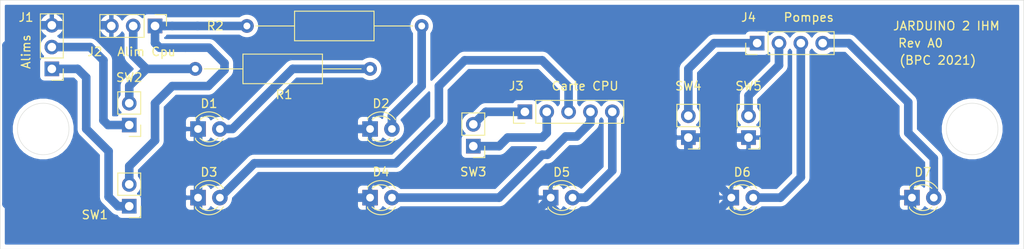
<source format=kicad_pcb>
(kicad_pcb (version 20171130) (host pcbnew "(5.1.9)-1")

  (general
    (thickness 1.6)
    (drawings 14)
    (tracks 113)
    (zones 0)
    (modules 18)
    (nets 17)
  )

  (page A4)
  (layers
    (0 F.Cu signal hide)
    (31 B.Cu signal)
    (32 B.Adhes user hide)
    (33 F.Adhes user hide)
    (34 B.Paste user hide)
    (35 F.Paste user hide)
    (36 B.SilkS user hide)
    (37 F.SilkS user hide)
    (38 B.Mask user)
    (39 F.Mask user hide)
    (40 Dwgs.User user hide)
    (41 Cmts.User user hide)
    (42 Eco1.User user hide)
    (43 Eco2.User user hide)
    (44 Edge.Cuts user)
    (45 Margin user hide)
    (46 B.CrtYd user hide)
    (47 F.CrtYd user)
    (48 B.Fab user hide)
    (49 F.Fab user hide)
  )

  (setup
    (last_trace_width 1)
    (user_trace_width 1)
    (trace_clearance 0.2)
    (zone_clearance 0.508)
    (zone_45_only no)
    (trace_min 0.2)
    (via_size 0.8)
    (via_drill 0.4)
    (via_min_size 0.4)
    (via_min_drill 0.3)
    (uvia_size 0.3)
    (uvia_drill 0.1)
    (uvias_allowed no)
    (uvia_min_size 0.2)
    (uvia_min_drill 0.1)
    (edge_width 0.05)
    (segment_width 0.2)
    (pcb_text_width 0.3)
    (pcb_text_size 1.5 1.5)
    (mod_edge_width 0.12)
    (mod_text_size 1 1)
    (mod_text_width 0.15)
    (pad_size 1.524 1.524)
    (pad_drill 0.762)
    (pad_to_mask_clearance 0)
    (aux_axis_origin 0 0)
    (grid_origin 95 95)
    (visible_elements FFFFFF7F)
    (pcbplotparams
      (layerselection 0x01060_fffffffe)
      (usegerberextensions false)
      (usegerberattributes true)
      (usegerberadvancedattributes true)
      (creategerberjobfile true)
      (excludeedgelayer true)
      (linewidth 0.100000)
      (plotframeref false)
      (viasonmask false)
      (mode 1)
      (useauxorigin false)
      (hpglpennumber 1)
      (hpglpenspeed 20)
      (hpglpendiameter 15.000000)
      (psnegative false)
      (psa4output false)
      (plotreference true)
      (plotvalue true)
      (plotinvisibletext false)
      (padsonsilk false)
      (subtractmaskfromsilk false)
      (outputformat 1)
      (mirror false)
      (drillshape 0)
      (scaleselection 1)
      (outputdirectory "gerber/"))
  )

  (net 0 "")
  (net 1 "Net-(D1-Pad2)")
  (net 2 GND)
  (net 3 "Net-(D2-Pad2)")
  (net 4 "Net-(D3-Pad2)")
  (net 5 "Net-(D4-Pad2)")
  (net 6 "Net-(D5-Pad2)")
  (net 7 "Net-(D6-Pad2)")
  (net 8 "Net-(D7-Pad2)")
  (net 9 "Net-(J1-Pad2)")
  (net 10 "Net-(J1-Pad1)")
  (net 11 "Net-(J2-Pad2)")
  (net 12 "Net-(J2-Pad1)")
  (net 13 "Net-(J3-Pad2)")
  (net 14 "Net-(J3-Pad1)")
  (net 15 "Net-(J4-Pad2)")
  (net 16 "Net-(J4-Pad1)")

  (net_class Default "This is the default net class."
    (clearance 0.2)
    (trace_width 0.25)
    (via_dia 0.8)
    (via_drill 0.4)
    (uvia_dia 0.3)
    (uvia_drill 0.1)
    (add_net GND)
    (add_net "Net-(D1-Pad2)")
    (add_net "Net-(D2-Pad2)")
    (add_net "Net-(D3-Pad2)")
    (add_net "Net-(D4-Pad2)")
    (add_net "Net-(D5-Pad2)")
    (add_net "Net-(D6-Pad2)")
    (add_net "Net-(D7-Pad2)")
    (add_net "Net-(J1-Pad1)")
    (add_net "Net-(J1-Pad2)")
    (add_net "Net-(J2-Pad1)")
    (add_net "Net-(J2-Pad2)")
    (add_net "Net-(J3-Pad1)")
    (add_net "Net-(J3-Pad2)")
    (add_net "Net-(J4-Pad1)")
    (add_net "Net-(J4-Pad2)")
  )

  (module Connector_PinHeader_2.54mm:PinHeader_1x04_P2.54mm_Vertical (layer F.Cu) (tedit 59FED5CC) (tstamp 60604AD8)
    (at 183 100 90)
    (descr "Through hole straight pin header, 1x04, 2.54mm pitch, single row")
    (tags "Through hole pin header THT 1x04 2.54mm single row")
    (path /60E53ABB)
    (fp_text reference J4 (at 3 -1 180) (layer F.SilkS)
      (effects (font (size 1 1) (thickness 0.15)))
    )
    (fp_text value Pompes (at 0 9.95 90) (layer F.Fab)
      (effects (font (size 1 1) (thickness 0.15)))
    )
    (fp_text user %R (at 0 3.81) (layer F.Fab)
      (effects (font (size 1 1) (thickness 0.15)))
    )
    (fp_line (start -0.635 -1.27) (end 1.27 -1.27) (layer F.Fab) (width 0.1))
    (fp_line (start 1.27 -1.27) (end 1.27 8.89) (layer F.Fab) (width 0.1))
    (fp_line (start 1.27 8.89) (end -1.27 8.89) (layer F.Fab) (width 0.1))
    (fp_line (start -1.27 8.89) (end -1.27 -0.635) (layer F.Fab) (width 0.1))
    (fp_line (start -1.27 -0.635) (end -0.635 -1.27) (layer F.Fab) (width 0.1))
    (fp_line (start -1.33 8.95) (end 1.33 8.95) (layer F.SilkS) (width 0.12))
    (fp_line (start -1.33 1.27) (end -1.33 8.95) (layer F.SilkS) (width 0.12))
    (fp_line (start 1.33 1.27) (end 1.33 8.95) (layer F.SilkS) (width 0.12))
    (fp_line (start -1.33 1.27) (end 1.33 1.27) (layer F.SilkS) (width 0.12))
    (fp_line (start -1.33 0) (end -1.33 -1.33) (layer F.SilkS) (width 0.12))
    (fp_line (start -1.33 -1.33) (end 0 -1.33) (layer F.SilkS) (width 0.12))
    (fp_line (start -1.8 -1.8) (end -1.8 9.4) (layer F.CrtYd) (width 0.05))
    (fp_line (start -1.8 9.4) (end 1.8 9.4) (layer F.CrtYd) (width 0.05))
    (fp_line (start 1.8 9.4) (end 1.8 -1.8) (layer F.CrtYd) (width 0.05))
    (fp_line (start 1.8 -1.8) (end -1.8 -1.8) (layer F.CrtYd) (width 0.05))
    (pad 4 thru_hole oval (at 0 7.62 90) (size 1.7 1.7) (drill 1) (layers *.Cu *.Mask)
      (net 8 "Net-(D7-Pad2)"))
    (pad 3 thru_hole oval (at 0 5.08 90) (size 1.7 1.7) (drill 1) (layers *.Cu *.Mask)
      (net 7 "Net-(D6-Pad2)"))
    (pad 2 thru_hole oval (at 0 2.54 90) (size 1.7 1.7) (drill 1) (layers *.Cu *.Mask)
      (net 15 "Net-(J4-Pad2)"))
    (pad 1 thru_hole rect (at 0 0 90) (size 1.7 1.7) (drill 1) (layers *.Cu *.Mask)
      (net 16 "Net-(J4-Pad1)"))
    (model ${KISYS3DMOD}/Connector_PinHeader_2.54mm.3dshapes/PinHeader_1x04_P2.54mm_Vertical.wrl
      (at (xyz 0 0 0))
      (scale (xyz 1 1 1))
      (rotate (xyz 0 0 0))
    )
  )

  (module Connector_PinHeader_2.54mm:PinHeader_1x02_P2.54mm_Vertical (layer F.Cu) (tedit 59FED5CC) (tstamp 60604B74)
    (at 182 111 180)
    (descr "Through hole straight pin header, 1x02, 2.54mm pitch, single row")
    (tags "Through hole pin header THT 1x02 2.54mm single row")
    (path /60E5537F)
    (fp_text reference SW5 (at 0 6) (layer F.SilkS)
      (effects (font (size 1 1) (thickness 0.15)))
    )
    (fp_text value "Pompe 2" (at 0 4.87) (layer F.Fab)
      (effects (font (size 1 1) (thickness 0.15)))
    )
    (fp_text user %R (at 0 1.27 90) (layer F.Fab)
      (effects (font (size 1 1) (thickness 0.15)))
    )
    (fp_line (start -0.635 -1.27) (end 1.27 -1.27) (layer F.Fab) (width 0.1))
    (fp_line (start 1.27 -1.27) (end 1.27 3.81) (layer F.Fab) (width 0.1))
    (fp_line (start 1.27 3.81) (end -1.27 3.81) (layer F.Fab) (width 0.1))
    (fp_line (start -1.27 3.81) (end -1.27 -0.635) (layer F.Fab) (width 0.1))
    (fp_line (start -1.27 -0.635) (end -0.635 -1.27) (layer F.Fab) (width 0.1))
    (fp_line (start -1.33 3.87) (end 1.33 3.87) (layer F.SilkS) (width 0.12))
    (fp_line (start -1.33 1.27) (end -1.33 3.87) (layer F.SilkS) (width 0.12))
    (fp_line (start 1.33 1.27) (end 1.33 3.87) (layer F.SilkS) (width 0.12))
    (fp_line (start -1.33 1.27) (end 1.33 1.27) (layer F.SilkS) (width 0.12))
    (fp_line (start -1.33 0) (end -1.33 -1.33) (layer F.SilkS) (width 0.12))
    (fp_line (start -1.33 -1.33) (end 0 -1.33) (layer F.SilkS) (width 0.12))
    (fp_line (start -1.8 -1.8) (end -1.8 4.35) (layer F.CrtYd) (width 0.05))
    (fp_line (start -1.8 4.35) (end 1.8 4.35) (layer F.CrtYd) (width 0.05))
    (fp_line (start 1.8 4.35) (end 1.8 -1.8) (layer F.CrtYd) (width 0.05))
    (fp_line (start 1.8 -1.8) (end -1.8 -1.8) (layer F.CrtYd) (width 0.05))
    (pad 2 thru_hole oval (at 0 2.54 180) (size 1.7 1.7) (drill 1) (layers *.Cu *.Mask)
      (net 15 "Net-(J4-Pad2)"))
    (pad 1 thru_hole rect (at 0 0 180) (size 1.7 1.7) (drill 1) (layers *.Cu *.Mask)
      (net 2 GND))
    (model ${KISYS3DMOD}/Connector_PinHeader_2.54mm.3dshapes/PinHeader_1x02_P2.54mm_Vertical.wrl
      (at (xyz 0 0 0))
      (scale (xyz 1 1 1))
      (rotate (xyz 0 0 0))
    )
  )

  (module Connector_PinHeader_2.54mm:PinHeader_1x02_P2.54mm_Vertical (layer F.Cu) (tedit 59FED5CC) (tstamp 60604B5E)
    (at 175 111 180)
    (descr "Through hole straight pin header, 1x02, 2.54mm pitch, single row")
    (tags "Through hole pin header THT 1x02 2.54mm single row")
    (path /60E5466C)
    (fp_text reference SW4 (at 0 6) (layer F.SilkS)
      (effects (font (size 1 1) (thickness 0.15)))
    )
    (fp_text value "Pompe 1" (at 0 4.87) (layer F.Fab)
      (effects (font (size 1 1) (thickness 0.15)))
    )
    (fp_text user %R (at 0 1.27 90) (layer F.Fab)
      (effects (font (size 1 1) (thickness 0.15)))
    )
    (fp_line (start -0.635 -1.27) (end 1.27 -1.27) (layer F.Fab) (width 0.1))
    (fp_line (start 1.27 -1.27) (end 1.27 3.81) (layer F.Fab) (width 0.1))
    (fp_line (start 1.27 3.81) (end -1.27 3.81) (layer F.Fab) (width 0.1))
    (fp_line (start -1.27 3.81) (end -1.27 -0.635) (layer F.Fab) (width 0.1))
    (fp_line (start -1.27 -0.635) (end -0.635 -1.27) (layer F.Fab) (width 0.1))
    (fp_line (start -1.33 3.87) (end 1.33 3.87) (layer F.SilkS) (width 0.12))
    (fp_line (start -1.33 1.27) (end -1.33 3.87) (layer F.SilkS) (width 0.12))
    (fp_line (start 1.33 1.27) (end 1.33 3.87) (layer F.SilkS) (width 0.12))
    (fp_line (start -1.33 1.27) (end 1.33 1.27) (layer F.SilkS) (width 0.12))
    (fp_line (start -1.33 0) (end -1.33 -1.33) (layer F.SilkS) (width 0.12))
    (fp_line (start -1.33 -1.33) (end 0 -1.33) (layer F.SilkS) (width 0.12))
    (fp_line (start -1.8 -1.8) (end -1.8 4.35) (layer F.CrtYd) (width 0.05))
    (fp_line (start -1.8 4.35) (end 1.8 4.35) (layer F.CrtYd) (width 0.05))
    (fp_line (start 1.8 4.35) (end 1.8 -1.8) (layer F.CrtYd) (width 0.05))
    (fp_line (start 1.8 -1.8) (end -1.8 -1.8) (layer F.CrtYd) (width 0.05))
    (pad 2 thru_hole oval (at 0 2.54 180) (size 1.7 1.7) (drill 1) (layers *.Cu *.Mask)
      (net 16 "Net-(J4-Pad1)"))
    (pad 1 thru_hole rect (at 0 0 180) (size 1.7 1.7) (drill 1) (layers *.Cu *.Mask)
      (net 2 GND))
    (model ${KISYS3DMOD}/Connector_PinHeader_2.54mm.3dshapes/PinHeader_1x02_P2.54mm_Vertical.wrl
      (at (xyz 0 0 0))
      (scale (xyz 1 1 1))
      (rotate (xyz 0 0 0))
    )
  )

  (module Connector_PinHeader_2.54mm:PinHeader_1x02_P2.54mm_Vertical (layer F.Cu) (tedit 59FED5CC) (tstamp 60604B48)
    (at 150 112 180)
    (descr "Through hole straight pin header, 1x02, 2.54mm pitch, single row")
    (tags "Through hole pin header THT 1x02 2.54mm single row")
    (path /60E4F9AE)
    (fp_text reference SW3 (at 0 -3) (layer F.SilkS)
      (effects (font (size 1 1) (thickness 0.15)))
    )
    (fp_text value "Pile On/Off" (at 0 4.87) (layer F.Fab)
      (effects (font (size 1 1) (thickness 0.15)))
    )
    (fp_text user %R (at 0 1.27 90) (layer F.Fab)
      (effects (font (size 1 1) (thickness 0.15)))
    )
    (fp_line (start -0.635 -1.27) (end 1.27 -1.27) (layer F.Fab) (width 0.1))
    (fp_line (start 1.27 -1.27) (end 1.27 3.81) (layer F.Fab) (width 0.1))
    (fp_line (start 1.27 3.81) (end -1.27 3.81) (layer F.Fab) (width 0.1))
    (fp_line (start -1.27 3.81) (end -1.27 -0.635) (layer F.Fab) (width 0.1))
    (fp_line (start -1.27 -0.635) (end -0.635 -1.27) (layer F.Fab) (width 0.1))
    (fp_line (start -1.33 3.87) (end 1.33 3.87) (layer F.SilkS) (width 0.12))
    (fp_line (start -1.33 1.27) (end -1.33 3.87) (layer F.SilkS) (width 0.12))
    (fp_line (start 1.33 1.27) (end 1.33 3.87) (layer F.SilkS) (width 0.12))
    (fp_line (start -1.33 1.27) (end 1.33 1.27) (layer F.SilkS) (width 0.12))
    (fp_line (start -1.33 0) (end -1.33 -1.33) (layer F.SilkS) (width 0.12))
    (fp_line (start -1.33 -1.33) (end 0 -1.33) (layer F.SilkS) (width 0.12))
    (fp_line (start -1.8 -1.8) (end -1.8 4.35) (layer F.CrtYd) (width 0.05))
    (fp_line (start -1.8 4.35) (end 1.8 4.35) (layer F.CrtYd) (width 0.05))
    (fp_line (start 1.8 4.35) (end 1.8 -1.8) (layer F.CrtYd) (width 0.05))
    (fp_line (start 1.8 -1.8) (end -1.8 -1.8) (layer F.CrtYd) (width 0.05))
    (pad 2 thru_hole oval (at 0 2.54 180) (size 1.7 1.7) (drill 1) (layers *.Cu *.Mask)
      (net 14 "Net-(J3-Pad1)"))
    (pad 1 thru_hole rect (at 0 0 180) (size 1.7 1.7) (drill 1) (layers *.Cu *.Mask)
      (net 13 "Net-(J3-Pad2)"))
    (model ${KISYS3DMOD}/Connector_PinHeader_2.54mm.3dshapes/PinHeader_1x02_P2.54mm_Vertical.wrl
      (at (xyz 0 0 0))
      (scale (xyz 1 1 1))
      (rotate (xyz 0 0 0))
    )
  )

  (module Connector_PinHeader_2.54mm:PinHeader_1x02_P2.54mm_Vertical (layer F.Cu) (tedit 59FED5CC) (tstamp 60605DB0)
    (at 110 109.54 180)
    (descr "Through hole straight pin header, 1x02, 2.54mm pitch, single row")
    (tags "Through hole pin header THT 1x02 2.54mm single row")
    (path /60E5F8F2)
    (fp_text reference SW2 (at 0 5.54) (layer F.SilkS)
      (effects (font (size 1 1) (thickness 0.15)))
    )
    (fp_text value "POW ON/OFF" (at 0 5.54) (layer F.Fab)
      (effects (font (size 1 1) (thickness 0.15)))
    )
    (fp_text user %R (at 0 1.27 90) (layer F.Fab)
      (effects (font (size 1 1) (thickness 0.15)))
    )
    (fp_line (start -0.635 -1.27) (end 1.27 -1.27) (layer F.Fab) (width 0.1))
    (fp_line (start 1.27 -1.27) (end 1.27 3.81) (layer F.Fab) (width 0.1))
    (fp_line (start 1.27 3.81) (end -1.27 3.81) (layer F.Fab) (width 0.1))
    (fp_line (start -1.27 3.81) (end -1.27 -0.635) (layer F.Fab) (width 0.1))
    (fp_line (start -1.27 -0.635) (end -0.635 -1.27) (layer F.Fab) (width 0.1))
    (fp_line (start -1.33 3.87) (end 1.33 3.87) (layer F.SilkS) (width 0.12))
    (fp_line (start -1.33 1.27) (end -1.33 3.87) (layer F.SilkS) (width 0.12))
    (fp_line (start 1.33 1.27) (end 1.33 3.87) (layer F.SilkS) (width 0.12))
    (fp_line (start -1.33 1.27) (end 1.33 1.27) (layer F.SilkS) (width 0.12))
    (fp_line (start -1.33 0) (end -1.33 -1.33) (layer F.SilkS) (width 0.12))
    (fp_line (start -1.33 -1.33) (end 0 -1.33) (layer F.SilkS) (width 0.12))
    (fp_line (start -1.8 -1.8) (end -1.8 4.35) (layer F.CrtYd) (width 0.05))
    (fp_line (start -1.8 4.35) (end 1.8 4.35) (layer F.CrtYd) (width 0.05))
    (fp_line (start 1.8 4.35) (end 1.8 -1.8) (layer F.CrtYd) (width 0.05))
    (fp_line (start 1.8 -1.8) (end -1.8 -1.8) (layer F.CrtYd) (width 0.05))
    (pad 2 thru_hole oval (at 0 2.54 180) (size 1.7 1.7) (drill 1) (layers *.Cu *.Mask)
      (net 11 "Net-(J2-Pad2)"))
    (pad 1 thru_hole rect (at 0 0 180) (size 1.7 1.7) (drill 1) (layers *.Cu *.Mask)
      (net 9 "Net-(J1-Pad2)"))
    (model ${KISYS3DMOD}/Connector_PinHeader_2.54mm.3dshapes/PinHeader_1x02_P2.54mm_Vertical.wrl
      (at (xyz 0 0 0))
      (scale (xyz 1 1 1))
      (rotate (xyz 0 0 0))
    )
  )

  (module Connector_PinHeader_2.54mm:PinHeader_1x02_P2.54mm_Vertical (layer F.Cu) (tedit 59FED5CC) (tstamp 60605CED)
    (at 110 119 180)
    (descr "Through hole straight pin header, 1x02, 2.54mm pitch, single row")
    (tags "Through hole pin header THT 1x02 2.54mm single row")
    (path /60E60A89)
    (fp_text reference SW1 (at 4 -1) (layer F.SilkS)
      (effects (font (size 1 1) (thickness 0.15)))
    )
    (fp_text value "Pile On/Off" (at 0 5) (layer F.Fab)
      (effects (font (size 1 1) (thickness 0.15)))
    )
    (fp_text user %R (at 0 1.27 90) (layer F.Fab)
      (effects (font (size 1 1) (thickness 0.15)))
    )
    (fp_line (start -0.635 -1.27) (end 1.27 -1.27) (layer F.Fab) (width 0.1))
    (fp_line (start 1.27 -1.27) (end 1.27 3.81) (layer F.Fab) (width 0.1))
    (fp_line (start 1.27 3.81) (end -1.27 3.81) (layer F.Fab) (width 0.1))
    (fp_line (start -1.27 3.81) (end -1.27 -0.635) (layer F.Fab) (width 0.1))
    (fp_line (start -1.27 -0.635) (end -0.635 -1.27) (layer F.Fab) (width 0.1))
    (fp_line (start -1.33 3.87) (end 1.33 3.87) (layer F.SilkS) (width 0.12))
    (fp_line (start -1.33 1.27) (end -1.33 3.87) (layer F.SilkS) (width 0.12))
    (fp_line (start 1.33 1.27) (end 1.33 3.87) (layer F.SilkS) (width 0.12))
    (fp_line (start -1.33 1.27) (end 1.33 1.27) (layer F.SilkS) (width 0.12))
    (fp_line (start -1.33 0) (end -1.33 -1.33) (layer F.SilkS) (width 0.12))
    (fp_line (start -1.33 -1.33) (end 0 -1.33) (layer F.SilkS) (width 0.12))
    (fp_line (start -1.8 -1.8) (end -1.8 4.35) (layer F.CrtYd) (width 0.05))
    (fp_line (start -1.8 4.35) (end 1.8 4.35) (layer F.CrtYd) (width 0.05))
    (fp_line (start 1.8 4.35) (end 1.8 -1.8) (layer F.CrtYd) (width 0.05))
    (fp_line (start 1.8 -1.8) (end -1.8 -1.8) (layer F.CrtYd) (width 0.05))
    (pad 2 thru_hole oval (at 0 2.54 180) (size 1.7 1.7) (drill 1) (layers *.Cu *.Mask)
      (net 12 "Net-(J2-Pad1)"))
    (pad 1 thru_hole rect (at 0 0 180) (size 1.7 1.7) (drill 1) (layers *.Cu *.Mask)
      (net 10 "Net-(J1-Pad1)"))
    (model ${KISYS3DMOD}/Connector_PinHeader_2.54mm.3dshapes/PinHeader_1x02_P2.54mm_Vertical.wrl
      (at (xyz 0 0 0))
      (scale (xyz 1 1 1))
      (rotate (xyz 0 0 0))
    )
  )

  (module Resistor_THT:R_Axial_DIN0309_L9.0mm_D3.2mm_P20.32mm_Horizontal (layer F.Cu) (tedit 5AE5139B) (tstamp 60605D2D)
    (at 144 98 180)
    (descr "Resistor, Axial_DIN0309 series, Axial, Horizontal, pin pitch=20.32mm, 0.5W = 1/2W, length*diameter=9*3.2mm^2, http://cdn-reichelt.de/documents/datenblatt/B400/1_4W%23YAG.pdf")
    (tags "Resistor Axial_DIN0309 series Axial Horizontal pin pitch 20.32mm 0.5W = 1/2W length 9mm diameter 3.2mm")
    (path /60E74A86)
    (fp_text reference R2 (at 24 0) (layer F.SilkS)
      (effects (font (size 1 1) (thickness 0.15)))
    )
    (fp_text value 1k (at -2.24 0.2) (layer F.Fab)
      (effects (font (size 1 1) (thickness 0.15)))
    )
    (fp_text user %R (at 10.16 0) (layer F.Fab)
      (effects (font (size 1 1) (thickness 0.15)))
    )
    (fp_line (start 5.66 -1.6) (end 5.66 1.6) (layer F.Fab) (width 0.1))
    (fp_line (start 5.66 1.6) (end 14.66 1.6) (layer F.Fab) (width 0.1))
    (fp_line (start 14.66 1.6) (end 14.66 -1.6) (layer F.Fab) (width 0.1))
    (fp_line (start 14.66 -1.6) (end 5.66 -1.6) (layer F.Fab) (width 0.1))
    (fp_line (start 0 0) (end 5.66 0) (layer F.Fab) (width 0.1))
    (fp_line (start 20.32 0) (end 14.66 0) (layer F.Fab) (width 0.1))
    (fp_line (start 5.54 -1.72) (end 5.54 1.72) (layer F.SilkS) (width 0.12))
    (fp_line (start 5.54 1.72) (end 14.78 1.72) (layer F.SilkS) (width 0.12))
    (fp_line (start 14.78 1.72) (end 14.78 -1.72) (layer F.SilkS) (width 0.12))
    (fp_line (start 14.78 -1.72) (end 5.54 -1.72) (layer F.SilkS) (width 0.12))
    (fp_line (start 1.04 0) (end 5.54 0) (layer F.SilkS) (width 0.12))
    (fp_line (start 19.28 0) (end 14.78 0) (layer F.SilkS) (width 0.12))
    (fp_line (start -1.05 -1.85) (end -1.05 1.85) (layer F.CrtYd) (width 0.05))
    (fp_line (start -1.05 1.85) (end 21.37 1.85) (layer F.CrtYd) (width 0.05))
    (fp_line (start 21.37 1.85) (end 21.37 -1.85) (layer F.CrtYd) (width 0.05))
    (fp_line (start 21.37 -1.85) (end -1.05 -1.85) (layer F.CrtYd) (width 0.05))
    (pad 2 thru_hole oval (at 20.32 0 180) (size 1.6 1.6) (drill 0.8) (layers *.Cu *.Mask)
      (net 12 "Net-(J2-Pad1)"))
    (pad 1 thru_hole circle (at 0 0 180) (size 1.6 1.6) (drill 0.8) (layers *.Cu *.Mask)
      (net 3 "Net-(D2-Pad2)"))
    (model ${KISYS3DMOD}/Resistor_THT.3dshapes/R_Axial_DIN0309_L9.0mm_D3.2mm_P20.32mm_Horizontal.wrl
      (at (xyz 0 0 0))
      (scale (xyz 1 1 1))
      (rotate (xyz 0 0 0))
    )
  )

  (module Resistor_THT:R_Axial_DIN0309_L9.0mm_D3.2mm_P20.32mm_Horizontal (layer F.Cu) (tedit 5AE5139B) (tstamp 60605D6F)
    (at 138 103 180)
    (descr "Resistor, Axial_DIN0309 series, Axial, Horizontal, pin pitch=20.32mm, 0.5W = 1/2W, length*diameter=9*3.2mm^2, http://cdn-reichelt.de/documents/datenblatt/B400/1_4W%23YAG.pdf")
    (tags "Resistor Axial_DIN0309 series Axial Horizontal pin pitch 20.32mm 0.5W = 1/2W length 9mm diameter 3.2mm")
    (path /60E7AC52)
    (fp_text reference R1 (at 10 -3) (layer F.SilkS)
      (effects (font (size 1 1) (thickness 0.15)))
    )
    (fp_text value 1k (at -2.2 -1.15) (layer F.Fab)
      (effects (font (size 1 1) (thickness 0.15)))
    )
    (fp_text user %R (at 10.16 0) (layer F.Fab)
      (effects (font (size 1 1) (thickness 0.15)))
    )
    (fp_line (start 5.66 -1.6) (end 5.66 1.6) (layer F.Fab) (width 0.1))
    (fp_line (start 5.66 1.6) (end 14.66 1.6) (layer F.Fab) (width 0.1))
    (fp_line (start 14.66 1.6) (end 14.66 -1.6) (layer F.Fab) (width 0.1))
    (fp_line (start 14.66 -1.6) (end 5.66 -1.6) (layer F.Fab) (width 0.1))
    (fp_line (start 0 0) (end 5.66 0) (layer F.Fab) (width 0.1))
    (fp_line (start 20.32 0) (end 14.66 0) (layer F.Fab) (width 0.1))
    (fp_line (start 5.54 -1.72) (end 5.54 1.72) (layer F.SilkS) (width 0.12))
    (fp_line (start 5.54 1.72) (end 14.78 1.72) (layer F.SilkS) (width 0.12))
    (fp_line (start 14.78 1.72) (end 14.78 -1.72) (layer F.SilkS) (width 0.12))
    (fp_line (start 14.78 -1.72) (end 5.54 -1.72) (layer F.SilkS) (width 0.12))
    (fp_line (start 1.04 0) (end 5.54 0) (layer F.SilkS) (width 0.12))
    (fp_line (start 19.28 0) (end 14.78 0) (layer F.SilkS) (width 0.12))
    (fp_line (start -1.05 -1.85) (end -1.05 1.85) (layer F.CrtYd) (width 0.05))
    (fp_line (start -1.05 1.85) (end 21.37 1.85) (layer F.CrtYd) (width 0.05))
    (fp_line (start 21.37 1.85) (end 21.37 -1.85) (layer F.CrtYd) (width 0.05))
    (fp_line (start 21.37 -1.85) (end -1.05 -1.85) (layer F.CrtYd) (width 0.05))
    (pad 2 thru_hole oval (at 20.32 0 180) (size 1.6 1.6) (drill 0.8) (layers *.Cu *.Mask)
      (net 11 "Net-(J2-Pad2)"))
    (pad 1 thru_hole circle (at 0 0 180) (size 1.6 1.6) (drill 0.8) (layers *.Cu *.Mask)
      (net 1 "Net-(D1-Pad2)"))
    (model ${KISYS3DMOD}/Resistor_THT.3dshapes/R_Axial_DIN0309_L9.0mm_D3.2mm_P20.32mm_Horizontal.wrl
      (at (xyz 0 0 0))
      (scale (xyz 1 1 1))
      (rotate (xyz 0 0 0))
    )
  )

  (module Connector_PinHeader_2.54mm:PinHeader_1x05_P2.54mm_Vertical (layer F.Cu) (tedit 59FED5CC) (tstamp 60604ABF)
    (at 156 108 90)
    (descr "Through hole straight pin header, 1x05, 2.54mm pitch, single row")
    (tags "Through hole pin header THT 1x05 2.54mm single row")
    (path /60E4EC80)
    (fp_text reference J3 (at 3 -1 180) (layer F.SilkS)
      (effects (font (size 1 1) (thickness 0.15)))
    )
    (fp_text value Indicateurs (at 0 12.49 90) (layer F.Fab)
      (effects (font (size 1 1) (thickness 0.15)))
    )
    (fp_text user %R (at 0 5.08) (layer F.Fab)
      (effects (font (size 1 1) (thickness 0.15)))
    )
    (fp_line (start -0.635 -1.27) (end 1.27 -1.27) (layer F.Fab) (width 0.1))
    (fp_line (start 1.27 -1.27) (end 1.27 11.43) (layer F.Fab) (width 0.1))
    (fp_line (start 1.27 11.43) (end -1.27 11.43) (layer F.Fab) (width 0.1))
    (fp_line (start -1.27 11.43) (end -1.27 -0.635) (layer F.Fab) (width 0.1))
    (fp_line (start -1.27 -0.635) (end -0.635 -1.27) (layer F.Fab) (width 0.1))
    (fp_line (start -1.33 11.49) (end 1.33 11.49) (layer F.SilkS) (width 0.12))
    (fp_line (start -1.33 1.27) (end -1.33 11.49) (layer F.SilkS) (width 0.12))
    (fp_line (start 1.33 1.27) (end 1.33 11.49) (layer F.SilkS) (width 0.12))
    (fp_line (start -1.33 1.27) (end 1.33 1.27) (layer F.SilkS) (width 0.12))
    (fp_line (start -1.33 0) (end -1.33 -1.33) (layer F.SilkS) (width 0.12))
    (fp_line (start -1.33 -1.33) (end 0 -1.33) (layer F.SilkS) (width 0.12))
    (fp_line (start -1.8 -1.8) (end -1.8 11.95) (layer F.CrtYd) (width 0.05))
    (fp_line (start -1.8 11.95) (end 1.8 11.95) (layer F.CrtYd) (width 0.05))
    (fp_line (start 1.8 11.95) (end 1.8 -1.8) (layer F.CrtYd) (width 0.05))
    (fp_line (start 1.8 -1.8) (end -1.8 -1.8) (layer F.CrtYd) (width 0.05))
    (pad 5 thru_hole oval (at 0 10.16 90) (size 1.7 1.7) (drill 1) (layers *.Cu *.Mask)
      (net 6 "Net-(D5-Pad2)"))
    (pad 4 thru_hole oval (at 0 7.62 90) (size 1.7 1.7) (drill 1) (layers *.Cu *.Mask)
      (net 5 "Net-(D4-Pad2)"))
    (pad 3 thru_hole oval (at 0 5.08 90) (size 1.7 1.7) (drill 1) (layers *.Cu *.Mask)
      (net 4 "Net-(D3-Pad2)"))
    (pad 2 thru_hole oval (at 0 2.54 90) (size 1.7 1.7) (drill 1) (layers *.Cu *.Mask)
      (net 13 "Net-(J3-Pad2)"))
    (pad 1 thru_hole rect (at 0 0 90) (size 1.7 1.7) (drill 1) (layers *.Cu *.Mask)
      (net 14 "Net-(J3-Pad1)"))
    (model ${KISYS3DMOD}/Connector_PinHeader_2.54mm.3dshapes/PinHeader_1x05_P2.54mm_Vertical.wrl
      (at (xyz 0 0 0))
      (scale (xyz 1 1 1))
      (rotate (xyz 0 0 0))
    )
  )

  (module Connector_PinHeader_2.54mm:PinHeader_1x03_P2.54mm_Vertical (layer F.Cu) (tedit 59FED5CC) (tstamp 60604AA6)
    (at 113 98 270)
    (descr "Through hole straight pin header, 1x03, 2.54mm pitch, single row")
    (tags "Through hole pin header THT 1x03 2.54mm single row")
    (path /60E5B770)
    (fp_text reference J2 (at 3 7 180) (layer F.SilkS)
      (effects (font (size 1 1) (thickness 0.15)))
    )
    (fp_text value "Alim CPU" (at 3 3 180) (layer F.Fab)
      (effects (font (size 1 1) (thickness 0.15)))
    )
    (fp_text user %R (at 0 2.54) (layer F.Fab)
      (effects (font (size 1 1) (thickness 0.15)))
    )
    (fp_line (start -0.635 -1.27) (end 1.27 -1.27) (layer F.Fab) (width 0.1))
    (fp_line (start 1.27 -1.27) (end 1.27 6.35) (layer F.Fab) (width 0.1))
    (fp_line (start 1.27 6.35) (end -1.27 6.35) (layer F.Fab) (width 0.1))
    (fp_line (start -1.27 6.35) (end -1.27 -0.635) (layer F.Fab) (width 0.1))
    (fp_line (start -1.27 -0.635) (end -0.635 -1.27) (layer F.Fab) (width 0.1))
    (fp_line (start -1.33 6.41) (end 1.33 6.41) (layer F.SilkS) (width 0.12))
    (fp_line (start -1.33 1.27) (end -1.33 6.41) (layer F.SilkS) (width 0.12))
    (fp_line (start 1.33 1.27) (end 1.33 6.41) (layer F.SilkS) (width 0.12))
    (fp_line (start -1.33 1.27) (end 1.33 1.27) (layer F.SilkS) (width 0.12))
    (fp_line (start -1.33 0) (end -1.33 -1.33) (layer F.SilkS) (width 0.12))
    (fp_line (start -1.33 -1.33) (end 0 -1.33) (layer F.SilkS) (width 0.12))
    (fp_line (start -1.8 -1.8) (end -1.8 6.85) (layer F.CrtYd) (width 0.05))
    (fp_line (start -1.8 6.85) (end 1.8 6.85) (layer F.CrtYd) (width 0.05))
    (fp_line (start 1.8 6.85) (end 1.8 -1.8) (layer F.CrtYd) (width 0.05))
    (fp_line (start 1.8 -1.8) (end -1.8 -1.8) (layer F.CrtYd) (width 0.05))
    (pad 3 thru_hole oval (at 0 5.08 270) (size 1.7 1.7) (drill 1) (layers *.Cu *.Mask)
      (net 2 GND))
    (pad 2 thru_hole oval (at 0 2.54 270) (size 1.7 1.7) (drill 1) (layers *.Cu *.Mask)
      (net 11 "Net-(J2-Pad2)"))
    (pad 1 thru_hole rect (at 0 0 270) (size 1.7 1.7) (drill 1) (layers *.Cu *.Mask)
      (net 12 "Net-(J2-Pad1)"))
    (model ${KISYS3DMOD}/Connector_PinHeader_2.54mm.3dshapes/PinHeader_1x03_P2.54mm_Vertical.wrl
      (at (xyz 0 0 0))
      (scale (xyz 1 1 1))
      (rotate (xyz 0 0 0))
    )
  )

  (module Connector_PinHeader_2.54mm:PinHeader_1x03_P2.54mm_Vertical (layer F.Cu) (tedit 59FED5CC) (tstamp 60604A8F)
    (at 101 103 180)
    (descr "Through hole straight pin header, 1x03, 2.54mm pitch, single row")
    (tags "Through hole pin header THT 1x03 2.54mm single row")
    (path /60E5D3FE)
    (fp_text reference J1 (at 3 6) (layer F.SilkS)
      (effects (font (size 1 1) (thickness 0.15)))
    )
    (fp_text value "Alim CPU" (at 4 2 90) (layer F.Fab)
      (effects (font (size 1 1) (thickness 0.15)))
    )
    (fp_text user %R (at 0 2.54 90) (layer F.Fab)
      (effects (font (size 1 1) (thickness 0.15)))
    )
    (fp_line (start -0.635 -1.27) (end 1.27 -1.27) (layer F.Fab) (width 0.1))
    (fp_line (start 1.27 -1.27) (end 1.27 6.35) (layer F.Fab) (width 0.1))
    (fp_line (start 1.27 6.35) (end -1.27 6.35) (layer F.Fab) (width 0.1))
    (fp_line (start -1.27 6.35) (end -1.27 -0.635) (layer F.Fab) (width 0.1))
    (fp_line (start -1.27 -0.635) (end -0.635 -1.27) (layer F.Fab) (width 0.1))
    (fp_line (start -1.33 6.41) (end 1.33 6.41) (layer F.SilkS) (width 0.12))
    (fp_line (start -1.33 1.27) (end -1.33 6.41) (layer F.SilkS) (width 0.12))
    (fp_line (start 1.33 1.27) (end 1.33 6.41) (layer F.SilkS) (width 0.12))
    (fp_line (start -1.33 1.27) (end 1.33 1.27) (layer F.SilkS) (width 0.12))
    (fp_line (start -1.33 0) (end -1.33 -1.33) (layer F.SilkS) (width 0.12))
    (fp_line (start -1.33 -1.33) (end 0 -1.33) (layer F.SilkS) (width 0.12))
    (fp_line (start -1.8 -1.8) (end -1.8 6.85) (layer F.CrtYd) (width 0.05))
    (fp_line (start -1.8 6.85) (end 1.8 6.85) (layer F.CrtYd) (width 0.05))
    (fp_line (start 1.8 6.85) (end 1.8 -1.8) (layer F.CrtYd) (width 0.05))
    (fp_line (start 1.8 -1.8) (end -1.8 -1.8) (layer F.CrtYd) (width 0.05))
    (pad 3 thru_hole oval (at 0 5.08 180) (size 1.7 1.7) (drill 1) (layers *.Cu *.Mask)
      (net 2 GND))
    (pad 2 thru_hole oval (at 0 2.54 180) (size 1.7 1.7) (drill 1) (layers *.Cu *.Mask)
      (net 9 "Net-(J1-Pad2)"))
    (pad 1 thru_hole rect (at 0 0 180) (size 1.7 1.7) (drill 1) (layers *.Cu *.Mask)
      (net 10 "Net-(J1-Pad1)"))
    (model ${KISYS3DMOD}/Connector_PinHeader_2.54mm.3dshapes/PinHeader_1x03_P2.54mm_Vertical.wrl
      (at (xyz 0 0 0))
      (scale (xyz 1 1 1))
      (rotate (xyz 0 0 0))
    )
  )

  (module LED_THT:LED_D3.0mm_Clear (layer F.Cu) (tedit 5A6C9BC0) (tstamp 60604A78)
    (at 201 118)
    (descr "IR-LED, diameter 3.0mm, 2 pins, color: clear")
    (tags "IR infrared LED diameter 3.0mm 2 pins clear")
    (path /60E5925E)
    (fp_text reference D7 (at 1.27 -2.96) (layer F.SilkS)
      (effects (font (size 1 1) (thickness 0.15)))
    )
    (fp_text value "Pompe 2" (at 1.27 2.96) (layer F.Fab)
      (effects (font (size 1 1) (thickness 0.15)))
    )
    (fp_arc (start 1.27 0) (end 0.229039 1.08) (angle -87.9) (layer F.SilkS) (width 0.12))
    (fp_arc (start 1.27 0) (end 0.229039 -1.08) (angle 87.9) (layer F.SilkS) (width 0.12))
    (fp_arc (start 1.27 0) (end -0.29 1.235516) (angle -108.8) (layer F.SilkS) (width 0.12))
    (fp_arc (start 1.27 0) (end -0.29 -1.235516) (angle 108.8) (layer F.SilkS) (width 0.12))
    (fp_arc (start 1.27 0) (end -0.23 -1.16619) (angle 284.3) (layer F.Fab) (width 0.1))
    (fp_text user %R (at 1.47 0) (layer F.Fab)
      (effects (font (size 0.8 0.8) (thickness 0.12)))
    )
    (fp_line (start -0.23 -1.16619) (end -0.23 1.16619) (layer F.Fab) (width 0.1))
    (fp_line (start -0.29 -1.236) (end -0.29 -1.08) (layer F.SilkS) (width 0.12))
    (fp_line (start -0.29 1.08) (end -0.29 1.236) (layer F.SilkS) (width 0.12))
    (fp_line (start -1.15 -2.25) (end -1.15 2.25) (layer F.CrtYd) (width 0.05))
    (fp_line (start -1.15 2.25) (end 3.7 2.25) (layer F.CrtYd) (width 0.05))
    (fp_line (start 3.7 2.25) (end 3.7 -2.25) (layer F.CrtYd) (width 0.05))
    (fp_line (start 3.7 -2.25) (end -1.15 -2.25) (layer F.CrtYd) (width 0.05))
    (fp_circle (center 1.27 0) (end 2.77 0) (layer F.Fab) (width 0.1))
    (pad 2 thru_hole circle (at 2.54 0) (size 1.8 1.8) (drill 0.9) (layers *.Cu *.Mask)
      (net 8 "Net-(D7-Pad2)"))
    (pad 1 thru_hole rect (at 0 0) (size 1.8 1.8) (drill 0.9) (layers *.Cu *.Mask)
      (net 2 GND))
    (model ${KISYS3DMOD}/LED_THT.3dshapes/LED_D3.0mm_Clear.wrl
      (at (xyz 0 0 0))
      (scale (xyz 1 1 1))
      (rotate (xyz 0 0 0))
    )
  )

  (module LED_THT:LED_D3.0mm_Clear (layer F.Cu) (tedit 5A6C9BC0) (tstamp 60604A64)
    (at 180 118)
    (descr "IR-LED, diameter 3.0mm, 2 pins, color: clear")
    (tags "IR infrared LED diameter 3.0mm 2 pins clear")
    (path /60E58958)
    (fp_text reference D6 (at 1.27 -2.96) (layer F.SilkS)
      (effects (font (size 1 1) (thickness 0.15)))
    )
    (fp_text value "Pompe 1" (at 1.27 2.96) (layer F.Fab)
      (effects (font (size 1 1) (thickness 0.15)))
    )
    (fp_arc (start 1.27 0) (end 0.229039 1.08) (angle -87.9) (layer F.SilkS) (width 0.12))
    (fp_arc (start 1.27 0) (end 0.229039 -1.08) (angle 87.9) (layer F.SilkS) (width 0.12))
    (fp_arc (start 1.27 0) (end -0.29 1.235516) (angle -108.8) (layer F.SilkS) (width 0.12))
    (fp_arc (start 1.27 0) (end -0.29 -1.235516) (angle 108.8) (layer F.SilkS) (width 0.12))
    (fp_arc (start 1.27 0) (end -0.23 -1.16619) (angle 284.3) (layer F.Fab) (width 0.1))
    (fp_text user %R (at 1.47 0) (layer F.Fab)
      (effects (font (size 0.8 0.8) (thickness 0.12)))
    )
    (fp_line (start -0.23 -1.16619) (end -0.23 1.16619) (layer F.Fab) (width 0.1))
    (fp_line (start -0.29 -1.236) (end -0.29 -1.08) (layer F.SilkS) (width 0.12))
    (fp_line (start -0.29 1.08) (end -0.29 1.236) (layer F.SilkS) (width 0.12))
    (fp_line (start -1.15 -2.25) (end -1.15 2.25) (layer F.CrtYd) (width 0.05))
    (fp_line (start -1.15 2.25) (end 3.7 2.25) (layer F.CrtYd) (width 0.05))
    (fp_line (start 3.7 2.25) (end 3.7 -2.25) (layer F.CrtYd) (width 0.05))
    (fp_line (start 3.7 -2.25) (end -1.15 -2.25) (layer F.CrtYd) (width 0.05))
    (fp_circle (center 1.27 0) (end 2.77 0) (layer F.Fab) (width 0.1))
    (pad 2 thru_hole circle (at 2.54 0) (size 1.8 1.8) (drill 0.9) (layers *.Cu *.Mask)
      (net 7 "Net-(D6-Pad2)"))
    (pad 1 thru_hole rect (at 0 0) (size 1.8 1.8) (drill 0.9) (layers *.Cu *.Mask)
      (net 2 GND))
    (model ${KISYS3DMOD}/LED_THT.3dshapes/LED_D3.0mm_Clear.wrl
      (at (xyz 0 0 0))
      (scale (xyz 1 1 1))
      (rotate (xyz 0 0 0))
    )
  )

  (module LED_THT:LED_D3.0mm_Clear (layer F.Cu) (tedit 5A6C9BC0) (tstamp 60604A50)
    (at 159 118)
    (descr "IR-LED, diameter 3.0mm, 2 pins, color: clear")
    (tags "IR infrared LED diameter 3.0mm 2 pins clear")
    (path /60E5212E)
    (fp_text reference D5 (at 1.27 -2.96) (layer F.SilkS)
      (effects (font (size 1 1) (thickness 0.15)))
    )
    (fp_text value Piles (at 1.27 2.96) (layer F.Fab)
      (effects (font (size 1 1) (thickness 0.15)))
    )
    (fp_arc (start 1.27 0) (end 0.229039 1.08) (angle -87.9) (layer F.SilkS) (width 0.12))
    (fp_arc (start 1.27 0) (end 0.229039 -1.08) (angle 87.9) (layer F.SilkS) (width 0.12))
    (fp_arc (start 1.27 0) (end -0.29 1.235516) (angle -108.8) (layer F.SilkS) (width 0.12))
    (fp_arc (start 1.27 0) (end -0.29 -1.235516) (angle 108.8) (layer F.SilkS) (width 0.12))
    (fp_arc (start 1.27 0) (end -0.23 -1.16619) (angle 284.3) (layer F.Fab) (width 0.1))
    (fp_text user %R (at 1.47 0) (layer F.Fab)
      (effects (font (size 0.8 0.8) (thickness 0.12)))
    )
    (fp_line (start -0.23 -1.16619) (end -0.23 1.16619) (layer F.Fab) (width 0.1))
    (fp_line (start -0.29 -1.236) (end -0.29 -1.08) (layer F.SilkS) (width 0.12))
    (fp_line (start -0.29 1.08) (end -0.29 1.236) (layer F.SilkS) (width 0.12))
    (fp_line (start -1.15 -2.25) (end -1.15 2.25) (layer F.CrtYd) (width 0.05))
    (fp_line (start -1.15 2.25) (end 3.7 2.25) (layer F.CrtYd) (width 0.05))
    (fp_line (start 3.7 2.25) (end 3.7 -2.25) (layer F.CrtYd) (width 0.05))
    (fp_line (start 3.7 -2.25) (end -1.15 -2.25) (layer F.CrtYd) (width 0.05))
    (fp_circle (center 1.27 0) (end 2.77 0) (layer F.Fab) (width 0.1))
    (pad 2 thru_hole circle (at 2.54 0) (size 1.8 1.8) (drill 0.9) (layers *.Cu *.Mask)
      (net 6 "Net-(D5-Pad2)"))
    (pad 1 thru_hole rect (at 0 0) (size 1.8 1.8) (drill 0.9) (layers *.Cu *.Mask)
      (net 2 GND))
    (model ${KISYS3DMOD}/LED_THT.3dshapes/LED_D3.0mm_Clear.wrl
      (at (xyz 0 0 0))
      (scale (xyz 1 1 1))
      (rotate (xyz 0 0 0))
    )
  )

  (module LED_THT:LED_D3.0mm_Clear (layer F.Cu) (tedit 5A6C9BC0) (tstamp 60605C40)
    (at 138 118)
    (descr "IR-LED, diameter 3.0mm, 2 pins, color: clear")
    (tags "IR infrared LED diameter 3.0mm 2 pins clear")
    (path /60E51CD0)
    (fp_text reference D4 (at 1.27 -3) (layer F.SilkS)
      (effects (font (size 1 1) (thickness 0.15)))
    )
    (fp_text value Power/Batt (at 1.27 2.96) (layer F.Fab)
      (effects (font (size 1 1) (thickness 0.15)))
    )
    (fp_arc (start 1.27 0) (end 0.229039 1.08) (angle -87.9) (layer F.SilkS) (width 0.12))
    (fp_arc (start 1.27 0) (end 0.229039 -1.08) (angle 87.9) (layer F.SilkS) (width 0.12))
    (fp_arc (start 1.27 0) (end -0.29 1.235516) (angle -108.8) (layer F.SilkS) (width 0.12))
    (fp_arc (start 1.27 0) (end -0.29 -1.235516) (angle 108.8) (layer F.SilkS) (width 0.12))
    (fp_arc (start 1.27 0) (end -0.23 -1.16619) (angle 284.3) (layer F.Fab) (width 0.1))
    (fp_text user %R (at 1.47 0) (layer F.Fab)
      (effects (font (size 0.8 0.8) (thickness 0.12)))
    )
    (fp_line (start -0.23 -1.16619) (end -0.23 1.16619) (layer F.Fab) (width 0.1))
    (fp_line (start -0.29 -1.236) (end -0.29 -1.08) (layer F.SilkS) (width 0.12))
    (fp_line (start -0.29 1.08) (end -0.29 1.236) (layer F.SilkS) (width 0.12))
    (fp_line (start -1.15 -2.25) (end -1.15 2.25) (layer F.CrtYd) (width 0.05))
    (fp_line (start -1.15 2.25) (end 3.7 2.25) (layer F.CrtYd) (width 0.05))
    (fp_line (start 3.7 2.25) (end 3.7 -2.25) (layer F.CrtYd) (width 0.05))
    (fp_line (start 3.7 -2.25) (end -1.15 -2.25) (layer F.CrtYd) (width 0.05))
    (fp_circle (center 1.27 0) (end 2.77 0) (layer F.Fab) (width 0.1))
    (pad 2 thru_hole circle (at 2.54 0) (size 1.8 1.8) (drill 0.9) (layers *.Cu *.Mask)
      (net 5 "Net-(D4-Pad2)"))
    (pad 1 thru_hole rect (at 0 0) (size 1.8 1.8) (drill 0.9) (layers *.Cu *.Mask)
      (net 2 GND))
    (model ${KISYS3DMOD}/LED_THT.3dshapes/LED_D3.0mm_Clear.wrl
      (at (xyz 0 0 0))
      (scale (xyz 1 1 1))
      (rotate (xyz 0 0 0))
    )
  )

  (module LED_THT:LED_D3.0mm_Clear (layer F.Cu) (tedit 5A6C9BC0) (tstamp 60605C79)
    (at 118 118)
    (descr "IR-LED, diameter 3.0mm, 2 pins, color: clear")
    (tags "IR infrared LED diameter 3.0mm 2 pins clear")
    (path /60E5108A)
    (fp_text reference D3 (at 1.27 -2.96) (layer F.SilkS)
      (effects (font (size 1 1) (thickness 0.15)))
    )
    (fp_text value Solaire (at 1.27 2.96) (layer F.Fab)
      (effects (font (size 1 1) (thickness 0.15)))
    )
    (fp_arc (start 1.27 0) (end 0.229039 1.08) (angle -87.9) (layer F.SilkS) (width 0.12))
    (fp_arc (start 1.27 0) (end 0.229039 -1.08) (angle 87.9) (layer F.SilkS) (width 0.12))
    (fp_arc (start 1.27 0) (end -0.29 1.235516) (angle -108.8) (layer F.SilkS) (width 0.12))
    (fp_arc (start 1.27 0) (end -0.29 -1.235516) (angle 108.8) (layer F.SilkS) (width 0.12))
    (fp_arc (start 1.27 0) (end -0.23 -1.16619) (angle 284.3) (layer F.Fab) (width 0.1))
    (fp_text user %R (at 1.47 0) (layer F.Fab)
      (effects (font (size 0.8 0.8) (thickness 0.12)))
    )
    (fp_line (start -0.23 -1.16619) (end -0.23 1.16619) (layer F.Fab) (width 0.1))
    (fp_line (start -0.29 -1.236) (end -0.29 -1.08) (layer F.SilkS) (width 0.12))
    (fp_line (start -0.29 1.08) (end -0.29 1.236) (layer F.SilkS) (width 0.12))
    (fp_line (start -1.15 -2.25) (end -1.15 2.25) (layer F.CrtYd) (width 0.05))
    (fp_line (start -1.15 2.25) (end 3.7 2.25) (layer F.CrtYd) (width 0.05))
    (fp_line (start 3.7 2.25) (end 3.7 -2.25) (layer F.CrtYd) (width 0.05))
    (fp_line (start 3.7 -2.25) (end -1.15 -2.25) (layer F.CrtYd) (width 0.05))
    (fp_circle (center 1.27 0) (end 2.77 0) (layer F.Fab) (width 0.1))
    (pad 2 thru_hole circle (at 2.54 0) (size 1.8 1.8) (drill 0.9) (layers *.Cu *.Mask)
      (net 4 "Net-(D3-Pad2)"))
    (pad 1 thru_hole rect (at 0 0) (size 1.8 1.8) (drill 0.9) (layers *.Cu *.Mask)
      (net 2 GND))
    (model ${KISYS3DMOD}/LED_THT.3dshapes/LED_D3.0mm_Clear.wrl
      (at (xyz 0 0 0))
      (scale (xyz 1 1 1))
      (rotate (xyz 0 0 0))
    )
  )

  (module LED_THT:LED_D3.0mm_Clear locked (layer F.Cu) (tedit 5A6C9BC0) (tstamp 60605CB2)
    (at 138 110)
    (descr "IR-LED, diameter 3.0mm, 2 pins, color: clear")
    (tags "IR infrared LED diameter 3.0mm 2 pins clear")
    (path /60E75933)
    (fp_text reference D2 (at 1.27 -2.96) (layer F.SilkS)
      (effects (font (size 1 1) (thickness 0.15)))
    )
    (fp_text value "Solaire OK" (at 1.27 2.96) (layer F.Fab)
      (effects (font (size 1 1) (thickness 0.15)))
    )
    (fp_arc (start 1.27 0) (end 0.229039 1.08) (angle -87.9) (layer F.SilkS) (width 0.12))
    (fp_arc (start 1.27 0) (end 0.229039 -1.08) (angle 87.9) (layer F.SilkS) (width 0.12))
    (fp_arc (start 1.27 0) (end -0.29 1.235516) (angle -108.8) (layer F.SilkS) (width 0.12))
    (fp_arc (start 1.27 0) (end -0.29 -1.235516) (angle 108.8) (layer F.SilkS) (width 0.12))
    (fp_arc (start 1.27 0) (end -0.23 -1.16619) (angle 284.3) (layer F.Fab) (width 0.1))
    (fp_text user %R (at 1.47 0) (layer F.Fab)
      (effects (font (size 0.8 0.8) (thickness 0.12)))
    )
    (fp_line (start -0.23 -1.16619) (end -0.23 1.16619) (layer F.Fab) (width 0.1))
    (fp_line (start -0.29 -1.236) (end -0.29 -1.08) (layer F.SilkS) (width 0.12))
    (fp_line (start -0.29 1.08) (end -0.29 1.236) (layer F.SilkS) (width 0.12))
    (fp_line (start -1.15 -2.25) (end -1.15 2.25) (layer F.CrtYd) (width 0.05))
    (fp_line (start -1.15 2.25) (end 3.7 2.25) (layer F.CrtYd) (width 0.05))
    (fp_line (start 3.7 2.25) (end 3.7 -2.25) (layer F.CrtYd) (width 0.05))
    (fp_line (start 3.7 -2.25) (end -1.15 -2.25) (layer F.CrtYd) (width 0.05))
    (fp_circle (center 1.27 0) (end 2.77 0) (layer F.Fab) (width 0.1))
    (pad 2 thru_hole circle (at 2.54 0) (size 1.8 1.8) (drill 0.9) (layers *.Cu *.Mask)
      (net 3 "Net-(D2-Pad2)"))
    (pad 1 thru_hole rect (at 0 0) (size 1.8 1.8) (drill 0.9) (layers *.Cu *.Mask)
      (net 2 GND))
    (model ${KISYS3DMOD}/LED_THT.3dshapes/LED_D3.0mm_Clear.wrl
      (at (xyz 0 0 0))
      (scale (xyz 1 1 1))
      (rotate (xyz 0 0 0))
    )
  )

  (module LED_THT:LED_D3.0mm_Clear locked (layer F.Cu) (tedit 5A6C9BC0) (tstamp 60605C07)
    (at 118 110)
    (descr "IR-LED, diameter 3.0mm, 2 pins, color: clear")
    (tags "IR infrared LED diameter 3.0mm 2 pins clear")
    (path /60E7AC58)
    (fp_text reference D1 (at 1.27 -2.96) (layer F.SilkS)
      (effects (font (size 1 1) (thickness 0.15)))
    )
    (fp_text value "Batt Pow OK" (at 1.27 2.96) (layer F.Fab)
      (effects (font (size 1 1) (thickness 0.15)))
    )
    (fp_arc (start 1.27 0) (end 0.229039 1.08) (angle -87.9) (layer F.SilkS) (width 0.12))
    (fp_arc (start 1.27 0) (end 0.229039 -1.08) (angle 87.9) (layer F.SilkS) (width 0.12))
    (fp_arc (start 1.27 0) (end -0.29 1.235516) (angle -108.8) (layer F.SilkS) (width 0.12))
    (fp_arc (start 1.27 0) (end -0.29 -1.235516) (angle 108.8) (layer F.SilkS) (width 0.12))
    (fp_arc (start 1.27 0) (end -0.23 -1.16619) (angle 284.3) (layer F.Fab) (width 0.1))
    (fp_text user %R (at 1.47 0) (layer F.Fab)
      (effects (font (size 0.8 0.8) (thickness 0.12)))
    )
    (fp_line (start -0.23 -1.16619) (end -0.23 1.16619) (layer F.Fab) (width 0.1))
    (fp_line (start -0.29 -1.236) (end -0.29 -1.08) (layer F.SilkS) (width 0.12))
    (fp_line (start -0.29 1.08) (end -0.29 1.236) (layer F.SilkS) (width 0.12))
    (fp_line (start -1.15 -2.25) (end -1.15 2.25) (layer F.CrtYd) (width 0.05))
    (fp_line (start -1.15 2.25) (end 3.7 2.25) (layer F.CrtYd) (width 0.05))
    (fp_line (start 3.7 2.25) (end 3.7 -2.25) (layer F.CrtYd) (width 0.05))
    (fp_line (start 3.7 -2.25) (end -1.15 -2.25) (layer F.CrtYd) (width 0.05))
    (fp_circle (center 1.27 0) (end 2.77 0) (layer F.Fab) (width 0.1))
    (pad 2 thru_hole circle (at 2.54 0) (size 1.8 1.8) (drill 0.9) (layers *.Cu *.Mask)
      (net 1 "Net-(D1-Pad2)"))
    (pad 1 thru_hole rect (at 0 0) (size 1.8 1.8) (drill 0.9) (layers *.Cu *.Mask)
      (net 2 GND))
    (model ${KISYS3DMOD}/LED_THT.3dshapes/LED_D3.0mm_Clear.wrl
      (at (xyz 0 0 0))
      (scale (xyz 1 1 1))
      (rotate (xyz 0 0 0))
    )
  )

  (gr_text "Alim Cpu" (at 112 101) (layer F.SilkS)
    (effects (font (size 1 1) (thickness 0.15)))
  )
  (gr_text Alims (at 98 101 90) (layer F.SilkS)
    (effects (font (size 1 1) (thickness 0.15)))
  )
  (gr_text "Carte CPU" (at 163 105) (layer F.SilkS)
    (effects (font (size 1 1) (thickness 0.15)))
  )
  (gr_text Pompes (at 189 97) (layer F.SilkS)
    (effects (font (size 1 1) (thickness 0.15)))
  )
  (gr_text "(BPC 2021)" (at 204 102) (layer F.SilkS)
    (effects (font (size 1 1) (thickness 0.15)))
  )
  (gr_text "Rev A0" (at 202 100) (layer F.SilkS)
    (effects (font (size 1 1) (thickness 0.15)))
  )
  (gr_text "JARDUINO 2 IHM" (at 205 98) (layer F.SilkS)
    (effects (font (size 1 1) (thickness 0.15)))
  )
  (gr_line (start 95 108) (end 95 124) (layer Edge.Cuts) (width 0.05) (tstamp 60605F9C))
  (gr_line (start 214 124) (end 95 124) (layer Edge.Cuts) (width 0.05))
  (gr_line (start 214 95) (end 214 124) (layer Edge.Cuts) (width 0.05))
  (gr_circle (center 208 110) (end 211 110) (layer Edge.Cuts) (width 0.05) (tstamp 60605F90))
  (gr_line (start 95 95) (end 95 108) (layer Edge.Cuts) (width 0.05))
  (gr_circle (center 100 110) (end 103 110) (layer Edge.Cuts) (width 0.05) (tstamp 60604EDA))
  (gr_line (start 95 95) (end 214 95) (layer Edge.Cuts) (width 0.05))

  (segment (start 120.54 110) (end 122 110) (width 1) (layer B.Cu) (net 1))
  (segment (start 129 103) (end 138 103) (width 1) (layer B.Cu) (net 1))
  (segment (start 122 110) (end 129 103) (width 1) (layer B.Cu) (net 1))
  (segment (start 107.84 97.92) (end 107.92 98) (width 1) (layer B.Cu) (net 2))
  (segment (start 101 97.92) (end 107.84 97.92) (width 1) (layer B.Cu) (net 2))
  (segment (start 118 110) (end 118 118) (width 1) (layer B.Cu) (net 2))
  (segment (start 118 110) (end 118 112) (width 1) (layer B.Cu) (net 2))
  (segment (start 118 112) (end 119 113) (width 1) (layer B.Cu) (net 2))
  (segment (start 119 113) (end 122 113) (width 1) (layer B.Cu) (net 2))
  (segment (start 122 113) (end 124 111) (width 1) (layer B.Cu) (net 2))
  (segment (start 124 111) (end 129 111) (width 1) (layer B.Cu) (net 2))
  (segment (start 130 110) (end 138 110) (width 1) (layer B.Cu) (net 2))
  (segment (start 129 111) (end 130 110) (width 1) (layer B.Cu) (net 2))
  (segment (start 138 118) (end 130 118) (width 1) (layer B.Cu) (net 2))
  (segment (start 130 118) (end 126 122) (width 1) (layer B.Cu) (net 2))
  (segment (start 118 121) (end 118 118) (width 1) (layer B.Cu) (net 2))
  (segment (start 119 122) (end 118 121) (width 1) (layer B.Cu) (net 2))
  (segment (start 101 97.92) (end 98.08 97.92) (width 1) (layer B.Cu) (net 2))
  (segment (start 95.72501 100.27499) (end 95.72501 118.72501) (width 1) (layer B.Cu) (net 2))
  (segment (start 98.08 97.92) (end 95.72501 100.27499) (width 1) (layer B.Cu) (net 2))
  (segment (start 99 122) (end 120 122) (width 1) (layer B.Cu) (net 2))
  (segment (start 95.72501 118.72501) (end 99 122) (width 1) (layer B.Cu) (net 2))
  (segment (start 120 122) (end 119 122) (width 1) (layer B.Cu) (net 2))
  (segment (start 126 122) (end 120 122) (width 1) (layer B.Cu) (net 2))
  (segment (start 138 118) (end 138 121) (width 1) (layer B.Cu) (net 2))
  (segment (start 138 121) (end 139 122) (width 1) (layer B.Cu) (net 2))
  (segment (start 155 122) (end 159 118) (width 1) (layer B.Cu) (net 2))
  (segment (start 139 122) (end 155 122) (width 1) (layer B.Cu) (net 2))
  (segment (start 159 118) (end 159 119) (width 1) (layer B.Cu) (net 2))
  (segment (start 159 119) (end 162 122) (width 1) (layer B.Cu) (net 2))
  (segment (start 176 122) (end 180 118) (width 1) (layer B.Cu) (net 2))
  (segment (start 162 122) (end 176 122) (width 1) (layer B.Cu) (net 2))
  (segment (start 182 111) (end 175 111) (width 1) (layer B.Cu) (net 2))
  (segment (start 175 113) (end 180 118) (width 1) (layer B.Cu) (net 2))
  (segment (start 175 111) (end 175 113) (width 1) (layer B.Cu) (net 2))
  (segment (start 201 120) (end 199 122) (width 1) (layer B.Cu) (net 2))
  (segment (start 176 122) (end 199 122) (width 1) (layer B.Cu) (net 2))
  (segment (start 201 120) (end 201 118) (width 1) (layer B.Cu) (net 2))
  (segment (start 140.54 110) (end 140.54 108.46) (width 1) (layer B.Cu) (net 3))
  (segment (start 144 105) (end 144 98) (width 1) (layer B.Cu) (net 3))
  (segment (start 140.54 108.46) (end 144 105) (width 1) (layer B.Cu) (net 3))
  (segment (start 141 114) (end 124.54 114) (width 1) (layer B.Cu) (net 4))
  (segment (start 146 109) (end 141 114) (width 1) (layer B.Cu) (net 4))
  (segment (start 146 105) (end 146 109) (width 1) (layer B.Cu) (net 4))
  (segment (start 149 102) (end 146 105) (width 1) (layer B.Cu) (net 4))
  (segment (start 158 102) (end 149 102) (width 1) (layer B.Cu) (net 4))
  (segment (start 161.08 105.08) (end 158 102) (width 1) (layer B.Cu) (net 4))
  (segment (start 124.54 114) (end 120.54 118) (width 1) (layer B.Cu) (net 4))
  (segment (start 161.08 108) (end 161.08 105.08) (width 1) (layer B.Cu) (net 4))
  (segment (start 153 118) (end 140.54 118) (width 1) (layer B.Cu) (net 5))
  (segment (start 158 113) (end 153 118) (width 1) (layer B.Cu) (net 5))
  (segment (start 158 113) (end 158.62 113) (width 1) (layer B.Cu) (net 5))
  (segment (start 158.62 113) (end 160.75 110.87) (width 1) (layer B.Cu) (net 5))
  (segment (start 160.75 110.87) (end 162.02 110.87) (width 1) (layer B.Cu) (net 5))
  (segment (start 162.02 110.87) (end 163.62 109.27) (width 1) (layer B.Cu) (net 5))
  (segment (start 163.62 108) (end 163.62 109.27) (width 1) (layer B.Cu) (net 5))
  (segment (start 166.16 108) (end 166.16 114.84) (width 1) (layer B.Cu) (net 6))
  (segment (start 163 118) (end 161.54 118) (width 1) (layer B.Cu) (net 6))
  (segment (start 166.16 114.84) (end 163 118) (width 1) (layer B.Cu) (net 6))
  (segment (start 182.54 118) (end 185.7 118) (width 1) (layer B.Cu) (net 7))
  (segment (start 188.08 115.62) (end 188.08 100) (width 1) (layer B.Cu) (net 7))
  (segment (start 185.7 118) (end 188.08 115.62) (width 1) (layer B.Cu) (net 7))
  (segment (start 190.62 100) (end 193.67 100) (width 1) (layer B.Cu) (net 8))
  (segment (start 193.67 100) (end 200.57 106.9) (width 1) (layer B.Cu) (net 8))
  (segment (start 200.57 106.9) (end 200.57 110.46) (width 1) (layer B.Cu) (net 8))
  (segment (start 203.54 113.43) (end 203.54 118) (width 1) (layer B.Cu) (net 8))
  (segment (start 200.57 110.46) (end 203.54 113.43) (width 1) (layer B.Cu) (net 8))
  (segment (start 101 100.46) (end 105.46 100.46) (width 1) (layer B.Cu) (net 9))
  (segment (start 105.46 100.46) (end 107 102) (width 1) (layer B.Cu) (net 9))
  (segment (start 107 102) (end 107 109) (width 1) (layer B.Cu) (net 9))
  (segment (start 107.54 109.54) (end 110 109.54) (width 1) (layer B.Cu) (net 9))
  (segment (start 107 109) (end 107.54 109.54) (width 1) (layer B.Cu) (net 9))
  (segment (start 101 103) (end 104 103) (width 1) (layer B.Cu) (net 10))
  (segment (start 104 103) (end 105 104) (width 1) (layer B.Cu) (net 10))
  (segment (start 110 119) (end 108.7 119) (width 1) (layer B.Cu) (net 10))
  (segment (start 108.7 119) (end 107.6 117.9) (width 1) (layer B.Cu) (net 10))
  (segment (start 107.6 112.59) (end 105 109.99) (width 1) (layer B.Cu) (net 10))
  (segment (start 107.6 117.9) (end 107.6 112.59) (width 1) (layer B.Cu) (net 10))
  (segment (start 105 104) (end 105 109.99) (width 1) (layer B.Cu) (net 10))
  (segment (start 110.46 98) (end 110.46 101.46) (width 1) (layer B.Cu) (net 11))
  (segment (start 112 103) (end 117.68 103) (width 1) (layer B.Cu) (net 11))
  (segment (start 110.46 101.46) (end 112 103) (width 1) (layer B.Cu) (net 11))
  (segment (start 110 107) (end 110 105) (width 1) (layer B.Cu) (net 11))
  (segment (start 110 105) (end 112 103) (width 1) (layer B.Cu) (net 11))
  (segment (start 117.94 98) (end 123.68 98) (width 1) (layer B.Cu) (net 12))
  (segment (start 115 98) (end 117.94 98) (width 1) (layer B.Cu) (net 12))
  (segment (start 119.27 100.53) (end 116.53 100.53) (width 1) (layer B.Cu) (net 12))
  (segment (start 121.075 103.115) (end 121.075 102.335) (width 1) (layer B.Cu) (net 12))
  (segment (start 119.19 105) (end 121.075 103.115) (width 1) (layer B.Cu) (net 12))
  (segment (start 115 105) (end 119.19 105) (width 1) (layer B.Cu) (net 12))
  (segment (start 113 107) (end 115 105) (width 1) (layer B.Cu) (net 12))
  (segment (start 121.075 102.335) (end 119.27 100.53) (width 1) (layer B.Cu) (net 12))
  (segment (start 113 111.33) (end 113 107) (width 1) (layer B.Cu) (net 12))
  (segment (start 110 114.33) (end 113 111.33) (width 1) (layer B.Cu) (net 12))
  (segment (start 110 116.46) (end 110 114.33) (width 1) (layer B.Cu) (net 12))
  (segment (start 114.08 98) (end 115 98) (width 1) (layer B.Cu) (net 12))
  (segment (start 113 98) (end 114.08 98) (width 1) (layer B.Cu) (net 12))
  (segment (start 116.53 100.53) (end 113.54 100.53) (width 1) (layer B.Cu) (net 12))
  (segment (start 113 99.99) (end 113 98) (width 1) (layer B.Cu) (net 12))
  (segment (start 113.54 100.53) (end 113 99.99) (width 1) (layer B.Cu) (net 12))
  (segment (start 158.54 108) (end 158.54 110.46) (width 1) (layer B.Cu) (net 13))
  (segment (start 158.54 110.46) (end 158 111) (width 1) (layer B.Cu) (net 13))
  (segment (start 158 111) (end 154 111) (width 1) (layer B.Cu) (net 13))
  (segment (start 154 111) (end 153 112) (width 1) (layer B.Cu) (net 13))
  (segment (start 153 112) (end 150 112) (width 1) (layer B.Cu) (net 13))
  (segment (start 150 109.46) (end 151.46 108) (width 1) (layer B.Cu) (net 14))
  (segment (start 151.46 108) (end 156 108) (width 1) (layer B.Cu) (net 14))
  (segment (start 185.54 100) (end 185.54 102.58) (width 1) (layer B.Cu) (net 15))
  (segment (start 182 106.12) (end 182 108.46) (width 1) (layer B.Cu) (net 15))
  (segment (start 185.54 102.58) (end 182 106.12) (width 1) (layer B.Cu) (net 15))
  (segment (start 175 108.46) (end 175 103) (width 1) (layer B.Cu) (net 16))
  (segment (start 178 100) (end 183 100) (width 1) (layer B.Cu) (net 16))
  (segment (start 175 103) (end 178 100) (width 1) (layer B.Cu) (net 16))

  (zone (net 2) (net_name GND) (layer B.Cu) (tstamp 60606F52) (hatch edge 0.508)
    (connect_pads (clearance 0.508))
    (min_thickness 0.254)
    (fill yes (arc_segments 32) (thermal_gap 0.508) (thermal_bridge_width 0.508))
    (polygon
      (pts
        (xy 214 124) (xy 95 124) (xy 95 95) (xy 214 95)
      )
    )
    (filled_polygon
      (pts
        (xy 213.340001 123.34) (xy 95.66 123.34) (xy 95.66 109.639297) (xy 96.33772 109.639297) (xy 96.33772 110.360703)
        (xy 96.47846 111.068248) (xy 96.75453 111.73474) (xy 97.155322 112.334567) (xy 97.665433 112.844678) (xy 98.26526 113.24547)
        (xy 98.931752 113.52154) (xy 99.639297 113.66228) (xy 100.360703 113.66228) (xy 101.068248 113.52154) (xy 101.73474 113.24547)
        (xy 102.334567 112.844678) (xy 102.844678 112.334567) (xy 103.24547 111.73474) (xy 103.52154 111.068248) (xy 103.66228 110.360703)
        (xy 103.66228 109.639297) (xy 103.52154 108.931752) (xy 103.24547 108.26526) (xy 102.844678 107.665433) (xy 102.334567 107.155322)
        (xy 101.73474 106.75453) (xy 101.068248 106.47846) (xy 100.360703 106.33772) (xy 99.639297 106.33772) (xy 98.931752 106.47846)
        (xy 98.26526 106.75453) (xy 97.665433 107.155322) (xy 97.155322 107.665433) (xy 96.75453 108.26526) (xy 96.47846 108.931752)
        (xy 96.33772 109.639297) (xy 95.66 109.639297) (xy 95.66 102.15) (xy 99.511928 102.15) (xy 99.511928 103.85)
        (xy 99.524188 103.974482) (xy 99.560498 104.09418) (xy 99.619463 104.204494) (xy 99.698815 104.301185) (xy 99.795506 104.380537)
        (xy 99.90582 104.439502) (xy 100.025518 104.475812) (xy 100.15 104.488072) (xy 101.85 104.488072) (xy 101.974482 104.475812)
        (xy 102.09418 104.439502) (xy 102.204494 104.380537) (xy 102.301185 104.301185) (xy 102.380537 104.204494) (xy 102.417683 104.135)
        (xy 103.529868 104.135) (xy 103.865 104.470132) (xy 103.865001 109.934239) (xy 103.859509 109.99) (xy 103.881423 110.212498)
        (xy 103.946324 110.426446) (xy 103.95167 110.436447) (xy 104.051717 110.623623) (xy 104.193552 110.796449) (xy 104.23686 110.831991)
        (xy 106.465001 113.060133) (xy 106.465 117.844248) (xy 106.459509 117.9) (xy 106.465 117.955751) (xy 106.481423 118.122498)
        (xy 106.546324 118.336446) (xy 106.651716 118.533623) (xy 106.793551 118.706449) (xy 106.836864 118.741996) (xy 107.858008 119.76314)
        (xy 107.893551 119.806449) (xy 108.066377 119.948284) (xy 108.263553 120.053676) (xy 108.477501 120.118577) (xy 108.578876 120.128561)
        (xy 108.619463 120.204494) (xy 108.698815 120.301185) (xy 108.795506 120.380537) (xy 108.90582 120.439502) (xy 109.025518 120.475812)
        (xy 109.15 120.488072) (xy 110.85 120.488072) (xy 110.974482 120.475812) (xy 111.09418 120.439502) (xy 111.204494 120.380537)
        (xy 111.301185 120.301185) (xy 111.380537 120.204494) (xy 111.439502 120.09418) (xy 111.475812 119.974482) (xy 111.488072 119.85)
        (xy 111.488072 118.9) (xy 116.461928 118.9) (xy 116.474188 119.024482) (xy 116.510498 119.14418) (xy 116.569463 119.254494)
        (xy 116.648815 119.351185) (xy 116.745506 119.430537) (xy 116.85582 119.489502) (xy 116.975518 119.525812) (xy 117.1 119.538072)
        (xy 117.71425 119.535) (xy 117.873 119.37625) (xy 117.873 118.127) (xy 116.62375 118.127) (xy 116.465 118.28575)
        (xy 116.461928 118.9) (xy 111.488072 118.9) (xy 111.488072 118.15) (xy 111.475812 118.025518) (xy 111.439502 117.90582)
        (xy 111.380537 117.795506) (xy 111.301185 117.698815) (xy 111.204494 117.619463) (xy 111.09418 117.560498) (xy 111.02162 117.538487)
        (xy 111.153475 117.406632) (xy 111.31599 117.163411) (xy 111.342255 117.1) (xy 116.461928 117.1) (xy 116.465 117.71425)
        (xy 116.62375 117.873) (xy 117.873 117.873) (xy 117.873 116.62375) (xy 118.127 116.62375) (xy 118.127 117.873)
        (xy 118.147 117.873) (xy 118.147 118.127) (xy 118.127 118.127) (xy 118.127 119.37625) (xy 118.28575 119.535)
        (xy 118.9 119.538072) (xy 119.024482 119.525812) (xy 119.14418 119.489502) (xy 119.254494 119.430537) (xy 119.351185 119.351185)
        (xy 119.430537 119.254494) (xy 119.489502 119.14418) (xy 119.495056 119.125873) (xy 119.561495 119.192312) (xy 119.812905 119.360299)
        (xy 120.092257 119.476011) (xy 120.388816 119.535) (xy 120.691184 119.535) (xy 120.987743 119.476011) (xy 121.267095 119.360299)
        (xy 121.518505 119.192312) (xy 121.732312 118.978505) (xy 121.784767 118.9) (xy 136.461928 118.9) (xy 136.474188 119.024482)
        (xy 136.510498 119.14418) (xy 136.569463 119.254494) (xy 136.648815 119.351185) (xy 136.745506 119.430537) (xy 136.85582 119.489502)
        (xy 136.975518 119.525812) (xy 137.1 119.538072) (xy 137.71425 119.535) (xy 137.873 119.37625) (xy 137.873 118.127)
        (xy 136.62375 118.127) (xy 136.465 118.28575) (xy 136.461928 118.9) (xy 121.784767 118.9) (xy 121.900299 118.727095)
        (xy 122.016011 118.447743) (xy 122.075 118.151184) (xy 122.075 118.070131) (xy 123.045131 117.1) (xy 136.461928 117.1)
        (xy 136.465 117.71425) (xy 136.62375 117.873) (xy 137.873 117.873) (xy 137.873 116.62375) (xy 137.71425 116.465)
        (xy 137.1 116.461928) (xy 136.975518 116.474188) (xy 136.85582 116.510498) (xy 136.745506 116.569463) (xy 136.648815 116.648815)
        (xy 136.569463 116.745506) (xy 136.510498 116.85582) (xy 136.474188 116.975518) (xy 136.461928 117.1) (xy 123.045131 117.1)
        (xy 125.010132 115.135) (xy 140.944249 115.135) (xy 141 115.140491) (xy 141.055751 115.135) (xy 141.055752 115.135)
        (xy 141.222499 115.118577) (xy 141.436447 115.053676) (xy 141.633623 114.948284) (xy 141.806449 114.806449) (xy 141.841996 114.763135)
        (xy 146.763141 109.841991) (xy 146.806449 109.806449) (xy 146.948284 109.633623) (xy 147.053676 109.436447) (xy 147.118577 109.222499)
        (xy 147.135 109.055752) (xy 147.140491 109) (xy 147.135 108.944248) (xy 147.135 105.470131) (xy 149.470133 103.135)
        (xy 157.529869 103.135) (xy 159.945001 105.550133) (xy 159.945 107.034893) (xy 159.926525 107.053368) (xy 159.81 107.22776)
        (xy 159.693475 107.053368) (xy 159.486632 106.846525) (xy 159.243411 106.68401) (xy 158.973158 106.572068) (xy 158.68626 106.515)
        (xy 158.39374 106.515) (xy 158.106842 106.572068) (xy 157.836589 106.68401) (xy 157.593368 106.846525) (xy 157.461513 106.97838)
        (xy 157.439502 106.90582) (xy 157.380537 106.795506) (xy 157.301185 106.698815) (xy 157.204494 106.619463) (xy 157.09418 106.560498)
        (xy 156.974482 106.524188) (xy 156.85 106.511928) (xy 155.15 106.511928) (xy 155.025518 106.524188) (xy 154.90582 106.560498)
        (xy 154.795506 106.619463) (xy 154.698815 106.698815) (xy 154.619463 106.795506) (xy 154.582317 106.865) (xy 151.515752 106.865)
        (xy 151.46 106.859509) (xy 151.404248 106.865) (xy 151.237501 106.881423) (xy 151.023553 106.946324) (xy 150.826377 107.051716)
        (xy 150.653551 107.193551) (xy 150.618008 107.23686) (xy 149.879869 107.975) (xy 149.85374 107.975) (xy 149.566842 108.032068)
        (xy 149.296589 108.14401) (xy 149.053368 108.306525) (xy 148.846525 108.513368) (xy 148.68401 108.756589) (xy 148.572068 109.026842)
        (xy 148.515 109.31374) (xy 148.515 109.60626) (xy 148.572068 109.893158) (xy 148.68401 110.163411) (xy 148.846525 110.406632)
        (xy 148.97838 110.538487) (xy 148.90582 110.560498) (xy 148.795506 110.619463) (xy 148.698815 110.698815) (xy 148.619463 110.795506)
        (xy 148.560498 110.90582) (xy 148.524188 111.025518) (xy 148.511928 111.15) (xy 148.511928 112.85) (xy 148.524188 112.974482)
        (xy 148.560498 113.09418) (xy 148.619463 113.204494) (xy 148.698815 113.301185) (xy 148.795506 113.380537) (xy 148.90582 113.439502)
        (xy 149.025518 113.475812) (xy 149.15 113.488072) (xy 150.85 113.488072) (xy 150.974482 113.475812) (xy 151.09418 113.439502)
        (xy 151.204494 113.380537) (xy 151.301185 113.301185) (xy 151.380537 113.204494) (xy 151.417683 113.135) (xy 152.944249 113.135)
        (xy 153 113.140491) (xy 153.055751 113.135) (xy 153.055752 113.135) (xy 153.222499 113.118577) (xy 153.436447 113.053676)
        (xy 153.633623 112.948284) (xy 153.806449 112.806449) (xy 153.841995 112.763136) (xy 154.470132 112.135) (xy 157.264895 112.135)
        (xy 157.193551 112.193551) (xy 157.158011 112.236857) (xy 152.529869 116.865) (xy 141.575817 116.865) (xy 141.518505 116.807688)
        (xy 141.267095 116.639701) (xy 140.987743 116.523989) (xy 140.691184 116.465) (xy 140.388816 116.465) (xy 140.092257 116.523989)
        (xy 139.812905 116.639701) (xy 139.561495 116.807688) (xy 139.495056 116.874127) (xy 139.489502 116.85582) (xy 139.430537 116.745506)
        (xy 139.351185 116.648815) (xy 139.254494 116.569463) (xy 139.14418 116.510498) (xy 139.024482 116.474188) (xy 138.9 116.461928)
        (xy 138.28575 116.465) (xy 138.127 116.62375) (xy 138.127 117.873) (xy 138.147 117.873) (xy 138.147 118.127)
        (xy 138.127 118.127) (xy 138.127 119.37625) (xy 138.28575 119.535) (xy 138.9 119.538072) (xy 139.024482 119.525812)
        (xy 139.14418 119.489502) (xy 139.254494 119.430537) (xy 139.351185 119.351185) (xy 139.430537 119.254494) (xy 139.489502 119.14418)
        (xy 139.495056 119.125873) (xy 139.561495 119.192312) (xy 139.812905 119.360299) (xy 140.092257 119.476011) (xy 140.388816 119.535)
        (xy 140.691184 119.535) (xy 140.987743 119.476011) (xy 141.267095 119.360299) (xy 141.518505 119.192312) (xy 141.575817 119.135)
        (xy 152.944249 119.135) (xy 153 119.140491) (xy 153.055751 119.135) (xy 153.055752 119.135) (xy 153.222499 119.118577)
        (xy 153.436447 119.053676) (xy 153.633623 118.948284) (xy 153.692457 118.9) (xy 157.461928 118.9) (xy 157.474188 119.024482)
        (xy 157.510498 119.14418) (xy 157.569463 119.254494) (xy 157.648815 119.351185) (xy 157.745506 119.430537) (xy 157.85582 119.489502)
        (xy 157.975518 119.525812) (xy 158.1 119.538072) (xy 158.71425 119.535) (xy 158.873 119.37625) (xy 158.873 118.127)
        (xy 157.62375 118.127) (xy 157.465 118.28575) (xy 157.461928 118.9) (xy 153.692457 118.9) (xy 153.806449 118.806449)
        (xy 153.841996 118.763135) (xy 155.505131 117.1) (xy 157.461928 117.1) (xy 157.465 117.71425) (xy 157.62375 117.873)
        (xy 158.873 117.873) (xy 158.873 116.62375) (xy 158.71425 116.465) (xy 158.1 116.461928) (xy 157.975518 116.474188)
        (xy 157.85582 116.510498) (xy 157.745506 116.569463) (xy 157.648815 116.648815) (xy 157.569463 116.745506) (xy 157.510498 116.85582)
        (xy 157.474188 116.975518) (xy 157.461928 117.1) (xy 155.505131 117.1) (xy 158.470132 114.135) (xy 158.564249 114.135)
        (xy 158.62 114.140491) (xy 158.675751 114.135) (xy 158.675752 114.135) (xy 158.842499 114.118577) (xy 159.056447 114.053676)
        (xy 159.253623 113.948284) (xy 159.426449 113.806449) (xy 159.461996 113.763135) (xy 161.220132 112.005) (xy 161.964249 112.005)
        (xy 162.02 112.010491) (xy 162.075751 112.005) (xy 162.075752 112.005) (xy 162.242499 111.988577) (xy 162.456447 111.923676)
        (xy 162.653623 111.818284) (xy 162.826449 111.676449) (xy 162.861995 111.633136) (xy 164.383146 110.111987) (xy 164.426449 110.076449)
        (xy 164.466201 110.028012) (xy 164.568284 109.903623) (xy 164.673676 109.706447) (xy 164.738577 109.492499) (xy 164.760491 109.27)
        (xy 164.755 109.214248) (xy 164.755 108.965107) (xy 164.773475 108.946632) (xy 164.89 108.77224) (xy 165.006525 108.946632)
        (xy 165.025 108.965107) (xy 165.025001 114.369867) (xy 162.552843 116.842026) (xy 162.518505 116.807688) (xy 162.267095 116.639701)
        (xy 161.987743 116.523989) (xy 161.691184 116.465) (xy 161.388816 116.465) (xy 161.092257 116.523989) (xy 160.812905 116.639701)
        (xy 160.561495 116.807688) (xy 160.495056 116.874127) (xy 160.489502 116.85582) (xy 160.430537 116.745506) (xy 160.351185 116.648815)
        (xy 160.254494 116.569463) (xy 160.14418 116.510498) (xy 160.024482 116.474188) (xy 159.9 116.461928) (xy 159.28575 116.465)
        (xy 159.127 116.62375) (xy 159.127 117.873) (xy 159.147 117.873) (xy 159.147 118.127) (xy 159.127 118.127)
        (xy 159.127 119.37625) (xy 159.28575 119.535) (xy 159.9 119.538072) (xy 160.024482 119.525812) (xy 160.14418 119.489502)
        (xy 160.254494 119.430537) (xy 160.351185 119.351185) (xy 160.430537 119.254494) (xy 160.489502 119.14418) (xy 160.495056 119.125873)
        (xy 160.561495 119.192312) (xy 160.812905 119.360299) (xy 161.092257 119.476011) (xy 161.388816 119.535) (xy 161.691184 119.535)
        (xy 161.987743 119.476011) (xy 162.267095 119.360299) (xy 162.518505 119.192312) (xy 162.575817 119.135) (xy 162.944249 119.135)
        (xy 163 119.140491) (xy 163.055751 119.135) (xy 163.055752 119.135) (xy 163.222499 119.118577) (xy 163.436447 119.053676)
        (xy 163.633623 118.948284) (xy 163.692457 118.9) (xy 178.461928 118.9) (xy 178.474188 119.024482) (xy 178.510498 119.14418)
        (xy 178.569463 119.254494) (xy 178.648815 119.351185) (xy 178.745506 119.430537) (xy 178.85582 119.489502) (xy 178.975518 119.525812)
        (xy 179.1 119.538072) (xy 179.71425 119.535) (xy 179.873 119.37625) (xy 179.873 118.127) (xy 178.62375 118.127)
        (xy 178.465 118.28575) (xy 178.461928 118.9) (xy 163.692457 118.9) (xy 163.806449 118.806449) (xy 163.841996 118.763135)
        (xy 165.505131 117.1) (xy 178.461928 117.1) (xy 178.465 117.71425) (xy 178.62375 117.873) (xy 179.873 117.873)
        (xy 179.873 116.62375) (xy 179.71425 116.465) (xy 179.1 116.461928) (xy 178.975518 116.474188) (xy 178.85582 116.510498)
        (xy 178.745506 116.569463) (xy 178.648815 116.648815) (xy 178.569463 116.745506) (xy 178.510498 116.85582) (xy 178.474188 116.975518)
        (xy 178.461928 117.1) (xy 165.505131 117.1) (xy 166.923141 115.681991) (xy 166.966449 115.646449) (xy 167.108284 115.473623)
        (xy 167.213676 115.276447) (xy 167.278577 115.062499) (xy 167.295 114.895752) (xy 167.300491 114.84) (xy 167.295 114.784248)
        (xy 167.295 111.85) (xy 173.511928 111.85) (xy 173.524188 111.974482) (xy 173.560498 112.09418) (xy 173.619463 112.204494)
        (xy 173.698815 112.301185) (xy 173.795506 112.380537) (xy 173.90582 112.439502) (xy 174.025518 112.475812) (xy 174.15 112.488072)
        (xy 174.71425 112.485) (xy 174.873 112.32625) (xy 174.873 111.127) (xy 175.127 111.127) (xy 175.127 112.32625)
        (xy 175.28575 112.485) (xy 175.85 112.488072) (xy 175.974482 112.475812) (xy 176.09418 112.439502) (xy 176.204494 112.380537)
        (xy 176.301185 112.301185) (xy 176.380537 112.204494) (xy 176.439502 112.09418) (xy 176.475812 111.974482) (xy 176.488072 111.85)
        (xy 180.511928 111.85) (xy 180.524188 111.974482) (xy 180.560498 112.09418) (xy 180.619463 112.204494) (xy 180.698815 112.301185)
        (xy 180.795506 112.380537) (xy 180.90582 112.439502) (xy 181.025518 112.475812) (xy 181.15 112.488072) (xy 181.71425 112.485)
        (xy 181.873 112.32625) (xy 181.873 111.127) (xy 182.127 111.127) (xy 182.127 112.32625) (xy 182.28575 112.485)
        (xy 182.85 112.488072) (xy 182.974482 112.475812) (xy 183.09418 112.439502) (xy 183.204494 112.380537) (xy 183.301185 112.301185)
        (xy 183.380537 112.204494) (xy 183.439502 112.09418) (xy 183.475812 111.974482) (xy 183.488072 111.85) (xy 183.485 111.28575)
        (xy 183.32625 111.127) (xy 182.127 111.127) (xy 181.873 111.127) (xy 180.67375 111.127) (xy 180.515 111.28575)
        (xy 180.511928 111.85) (xy 176.488072 111.85) (xy 176.485 111.28575) (xy 176.32625 111.127) (xy 175.127 111.127)
        (xy 174.873 111.127) (xy 173.67375 111.127) (xy 173.515 111.28575) (xy 173.511928 111.85) (xy 167.295 111.85)
        (xy 167.295 110.15) (xy 173.511928 110.15) (xy 173.515 110.71425) (xy 173.67375 110.873) (xy 174.873 110.873)
        (xy 174.873 110.853) (xy 175.127 110.853) (xy 175.127 110.873) (xy 176.32625 110.873) (xy 176.485 110.71425)
        (xy 176.488072 110.15) (xy 176.475812 110.025518) (xy 176.439502 109.90582) (xy 176.380537 109.795506) (xy 176.301185 109.698815)
        (xy 176.204494 109.619463) (xy 176.09418 109.560498) (xy 176.02162 109.538487) (xy 176.153475 109.406632) (xy 176.31599 109.163411)
        (xy 176.427932 108.893158) (xy 176.485 108.60626) (xy 176.485 108.31374) (xy 176.427932 108.026842) (xy 176.31599 107.756589)
        (xy 176.153475 107.513368) (xy 176.135 107.494893) (xy 176.135 103.470131) (xy 178.470133 101.135) (xy 181.582317 101.135)
        (xy 181.619463 101.204494) (xy 181.698815 101.301185) (xy 181.795506 101.380537) (xy 181.90582 101.439502) (xy 182.025518 101.475812)
        (xy 182.15 101.488072) (xy 183.85 101.488072) (xy 183.974482 101.475812) (xy 184.09418 101.439502) (xy 184.204494 101.380537)
        (xy 184.301185 101.301185) (xy 184.380537 101.204494) (xy 184.405 101.158727) (xy 184.405001 102.109867) (xy 181.236865 105.278004)
        (xy 181.193551 105.313551) (xy 181.051716 105.486377) (xy 180.946325 105.683553) (xy 180.946324 105.683554) (xy 180.881423 105.897502)
        (xy 180.859509 106.12) (xy 180.865 106.175752) (xy 180.865001 107.494892) (xy 180.846525 107.513368) (xy 180.68401 107.756589)
        (xy 180.572068 108.026842) (xy 180.515 108.31374) (xy 180.515 108.60626) (xy 180.572068 108.893158) (xy 180.68401 109.163411)
        (xy 180.846525 109.406632) (xy 180.97838 109.538487) (xy 180.90582 109.560498) (xy 180.795506 109.619463) (xy 180.698815 109.698815)
        (xy 180.619463 109.795506) (xy 180.560498 109.90582) (xy 180.524188 110.025518) (xy 180.511928 110.15) (xy 180.515 110.71425)
        (xy 180.67375 110.873) (xy 181.873 110.873) (xy 181.873 110.853) (xy 182.127 110.853) (xy 182.127 110.873)
        (xy 183.32625 110.873) (xy 183.485 110.71425) (xy 183.488072 110.15) (xy 183.475812 110.025518) (xy 183.439502 109.90582)
        (xy 183.380537 109.795506) (xy 183.301185 109.698815) (xy 183.204494 109.619463) (xy 183.09418 109.560498) (xy 183.02162 109.538487)
        (xy 183.153475 109.406632) (xy 183.31599 109.163411) (xy 183.427932 108.893158) (xy 183.485 108.60626) (xy 183.485 108.31374)
        (xy 183.427932 108.026842) (xy 183.31599 107.756589) (xy 183.153475 107.513368) (xy 183.135 107.494893) (xy 183.135 106.590131)
        (xy 186.303141 103.421991) (xy 186.346449 103.386449) (xy 186.488284 103.213623) (xy 186.593676 103.016447) (xy 186.658577 102.802499)
        (xy 186.675 102.635752) (xy 186.680491 102.580001) (xy 186.675 102.524249) (xy 186.675 100.965107) (xy 186.693475 100.946632)
        (xy 186.81 100.77224) (xy 186.926525 100.946632) (xy 186.945001 100.965108) (xy 186.945 115.149868) (xy 185.229869 116.865)
        (xy 183.575817 116.865) (xy 183.518505 116.807688) (xy 183.267095 116.639701) (xy 182.987743 116.523989) (xy 182.691184 116.465)
        (xy 182.388816 116.465) (xy 182.092257 116.523989) (xy 181.812905 116.639701) (xy 181.561495 116.807688) (xy 181.495056 116.874127)
        (xy 181.489502 116.85582) (xy 181.430537 116.745506) (xy 181.351185 116.648815) (xy 181.254494 116.569463) (xy 181.14418 116.510498)
        (xy 181.024482 116.474188) (xy 180.9 116.461928) (xy 180.28575 116.465) (xy 180.127 116.62375) (xy 180.127 117.873)
        (xy 180.147 117.873) (xy 180.147 118.127) (xy 180.127 118.127) (xy 180.127 119.37625) (xy 180.28575 119.535)
        (xy 180.9 119.538072) (xy 181.024482 119.525812) (xy 181.14418 119.489502) (xy 181.254494 119.430537) (xy 181.351185 119.351185)
        (xy 181.430537 119.254494) (xy 181.489502 119.14418) (xy 181.495056 119.125873) (xy 181.561495 119.192312) (xy 181.812905 119.360299)
        (xy 182.092257 119.476011) (xy 182.388816 119.535) (xy 182.691184 119.535) (xy 182.987743 119.476011) (xy 183.267095 119.360299)
        (xy 183.518505 119.192312) (xy 183.575817 119.135) (xy 185.644249 119.135) (xy 185.7 119.140491) (xy 185.755751 119.135)
        (xy 185.755752 119.135) (xy 185.922499 119.118577) (xy 186.136447 119.053676) (xy 186.333623 118.948284) (xy 186.392457 118.9)
        (xy 199.461928 118.9) (xy 199.474188 119.024482) (xy 199.510498 119.14418) (xy 199.569463 119.254494) (xy 199.648815 119.351185)
        (xy 199.745506 119.430537) (xy 199.85582 119.489502) (xy 199.975518 119.525812) (xy 200.1 119.538072) (xy 200.71425 119.535)
        (xy 200.873 119.37625) (xy 200.873 118.127) (xy 199.62375 118.127) (xy 199.465 118.28575) (xy 199.461928 118.9)
        (xy 186.392457 118.9) (xy 186.506449 118.806449) (xy 186.541996 118.763135) (xy 188.205131 117.1) (xy 199.461928 117.1)
        (xy 199.465 117.71425) (xy 199.62375 117.873) (xy 200.873 117.873) (xy 200.873 116.62375) (xy 200.71425 116.465)
        (xy 200.1 116.461928) (xy 199.975518 116.474188) (xy 199.85582 116.510498) (xy 199.745506 116.569463) (xy 199.648815 116.648815)
        (xy 199.569463 116.745506) (xy 199.510498 116.85582) (xy 199.474188 116.975518) (xy 199.461928 117.1) (xy 188.205131 117.1)
        (xy 188.843141 116.461991) (xy 188.886449 116.426449) (xy 189.028284 116.253623) (xy 189.133676 116.056447) (xy 189.198577 115.842499)
        (xy 189.215 115.675752) (xy 189.215 115.675743) (xy 189.22049 115.620001) (xy 189.215 115.564259) (xy 189.215 100.965107)
        (xy 189.233475 100.946632) (xy 189.35 100.77224) (xy 189.466525 100.946632) (xy 189.673368 101.153475) (xy 189.916589 101.31599)
        (xy 190.186842 101.427932) (xy 190.47374 101.485) (xy 190.76626 101.485) (xy 191.053158 101.427932) (xy 191.323411 101.31599)
        (xy 191.566632 101.153475) (xy 191.585107 101.135) (xy 193.199869 101.135) (xy 199.435 107.370133) (xy 199.435001 110.404239)
        (xy 199.429509 110.46) (xy 199.451423 110.682498) (xy 199.516324 110.896446) (xy 199.544032 110.948283) (xy 199.621717 111.093623)
        (xy 199.763552 111.266449) (xy 199.80686 111.301991) (xy 202.405 113.900132) (xy 202.405001 116.71439) (xy 202.351185 116.648815)
        (xy 202.254494 116.569463) (xy 202.14418 116.510498) (xy 202.024482 116.474188) (xy 201.9 116.461928) (xy 201.28575 116.465)
        (xy 201.127 116.62375) (xy 201.127 117.873) (xy 201.147 117.873) (xy 201.147 118.127) (xy 201.127 118.127)
        (xy 201.127 119.37625) (xy 201.28575 119.535) (xy 201.9 119.538072) (xy 202.024482 119.525812) (xy 202.14418 119.489502)
        (xy 202.254494 119.430537) (xy 202.351185 119.351185) (xy 202.430537 119.254494) (xy 202.489502 119.14418) (xy 202.495056 119.125873)
        (xy 202.561495 119.192312) (xy 202.812905 119.360299) (xy 203.092257 119.476011) (xy 203.388816 119.535) (xy 203.691184 119.535)
        (xy 203.987743 119.476011) (xy 204.267095 119.360299) (xy 204.518505 119.192312) (xy 204.732312 118.978505) (xy 204.900299 118.727095)
        (xy 205.016011 118.447743) (xy 205.075 118.151184) (xy 205.075 117.848816) (xy 205.016011 117.552257) (xy 204.900299 117.272905)
        (xy 204.732312 117.021495) (xy 204.675 116.964183) (xy 204.675 113.485741) (xy 204.68049 113.429999) (xy 204.675 113.374257)
        (xy 204.675 113.374248) (xy 204.658577 113.207501) (xy 204.593676 112.993553) (xy 204.488284 112.796377) (xy 204.346449 112.623551)
        (xy 204.303141 112.588009) (xy 201.705 109.989869) (xy 201.705 109.639297) (xy 204.33772 109.639297) (xy 204.33772 110.360703)
        (xy 204.47846 111.068248) (xy 204.75453 111.73474) (xy 205.155322 112.334567) (xy 205.665433 112.844678) (xy 206.26526 113.24547)
        (xy 206.931752 113.52154) (xy 207.639297 113.66228) (xy 208.360703 113.66228) (xy 209.068248 113.52154) (xy 209.73474 113.24547)
        (xy 210.334567 112.844678) (xy 210.844678 112.334567) (xy 211.24547 111.73474) (xy 211.52154 111.068248) (xy 211.66228 110.360703)
        (xy 211.66228 109.639297) (xy 211.52154 108.931752) (xy 211.24547 108.26526) (xy 210.844678 107.665433) (xy 210.334567 107.155322)
        (xy 209.73474 106.75453) (xy 209.068248 106.47846) (xy 208.360703 106.33772) (xy 207.639297 106.33772) (xy 206.931752 106.47846)
        (xy 206.26526 106.75453) (xy 205.665433 107.155322) (xy 205.155322 107.665433) (xy 204.75453 108.26526) (xy 204.47846 108.931752)
        (xy 204.33772 109.639297) (xy 201.705 109.639297) (xy 201.705 106.955752) (xy 201.710491 106.9) (xy 201.688577 106.677501)
        (xy 201.623676 106.463553) (xy 201.518284 106.266377) (xy 201.411989 106.136856) (xy 201.411987 106.136854) (xy 201.376449 106.093551)
        (xy 201.333146 106.058013) (xy 194.511996 99.236865) (xy 194.476449 99.193551) (xy 194.303623 99.051716) (xy 194.106447 98.946324)
        (xy 193.892499 98.881423) (xy 193.725752 98.865) (xy 193.725751 98.865) (xy 193.67 98.859509) (xy 193.614249 98.865)
        (xy 191.585107 98.865) (xy 191.566632 98.846525) (xy 191.323411 98.68401) (xy 191.053158 98.572068) (xy 190.76626 98.515)
        (xy 190.47374 98.515) (xy 190.186842 98.572068) (xy 189.916589 98.68401) (xy 189.673368 98.846525) (xy 189.466525 99.053368)
        (xy 189.35 99.22776) (xy 189.233475 99.053368) (xy 189.026632 98.846525) (xy 188.783411 98.68401) (xy 188.513158 98.572068)
        (xy 188.22626 98.515) (xy 187.93374 98.515) (xy 187.646842 98.572068) (xy 187.376589 98.68401) (xy 187.133368 98.846525)
        (xy 186.926525 99.053368) (xy 186.81 99.22776) (xy 186.693475 99.053368) (xy 186.486632 98.846525) (xy 186.243411 98.68401)
        (xy 185.973158 98.572068) (xy 185.68626 98.515) (xy 185.39374 98.515) (xy 185.106842 98.572068) (xy 184.836589 98.68401)
        (xy 184.593368 98.846525) (xy 184.461513 98.97838) (xy 184.439502 98.90582) (xy 184.380537 98.795506) (xy 184.301185 98.698815)
        (xy 184.204494 98.619463) (xy 184.09418 98.560498) (xy 183.974482 98.524188) (xy 183.85 98.511928) (xy 182.15 98.511928)
        (xy 182.025518 98.524188) (xy 181.90582 98.560498) (xy 181.795506 98.619463) (xy 181.698815 98.698815) (xy 181.619463 98.795506)
        (xy 181.582317 98.865) (xy 178.055752 98.865) (xy 178 98.859509) (xy 177.777501 98.881423) (xy 177.563553 98.946324)
        (xy 177.366377 99.051716) (xy 177.236856 99.158011) (xy 177.236855 99.158012) (xy 177.193551 99.193551) (xy 177.158013 99.236854)
        (xy 174.23686 102.158009) (xy 174.193552 102.193551) (xy 174.051717 102.366377) (xy 174.014265 102.436446) (xy 173.946324 102.563554)
        (xy 173.881423 102.777502) (xy 173.859509 103) (xy 173.865001 103.055761) (xy 173.865 107.494893) (xy 173.846525 107.513368)
        (xy 173.68401 107.756589) (xy 173.572068 108.026842) (xy 173.515 108.31374) (xy 173.515 108.60626) (xy 173.572068 108.893158)
        (xy 173.68401 109.163411) (xy 173.846525 109.406632) (xy 173.97838 109.538487) (xy 173.90582 109.560498) (xy 173.795506 109.619463)
        (xy 173.698815 109.698815) (xy 173.619463 109.795506) (xy 173.560498 109.90582) (xy 173.524188 110.025518) (xy 173.511928 110.15)
        (xy 167.295 110.15) (xy 167.295 108.965107) (xy 167.313475 108.946632) (xy 167.47599 108.703411) (xy 167.587932 108.433158)
        (xy 167.645 108.14626) (xy 167.645 107.85374) (xy 167.587932 107.566842) (xy 167.47599 107.296589) (xy 167.313475 107.053368)
        (xy 167.106632 106.846525) (xy 166.863411 106.68401) (xy 166.593158 106.572068) (xy 166.30626 106.515) (xy 166.01374 106.515)
        (xy 165.726842 106.572068) (xy 165.456589 106.68401) (xy 165.213368 106.846525) (xy 165.006525 107.053368) (xy 164.89 107.22776)
        (xy 164.773475 107.053368) (xy 164.566632 106.846525) (xy 164.323411 106.68401) (xy 164.053158 106.572068) (xy 163.76626 106.515)
        (xy 163.47374 106.515) (xy 163.186842 106.572068) (xy 162.916589 106.68401) (xy 162.673368 106.846525) (xy 162.466525 107.053368)
        (xy 162.35 107.22776) (xy 162.233475 107.053368) (xy 162.215 107.034893) (xy 162.215 105.135752) (xy 162.220491 105.08)
        (xy 162.198577 104.857501) (xy 162.133676 104.643553) (xy 162.028284 104.446377) (xy 161.96263 104.366378) (xy 161.886449 104.273551)
        (xy 161.843141 104.238009) (xy 158.841996 101.236865) (xy 158.806449 101.193551) (xy 158.633623 101.051716) (xy 158.436447 100.946324)
        (xy 158.222499 100.881423) (xy 158.055752 100.865) (xy 158.055751 100.865) (xy 158 100.859509) (xy 157.944249 100.865)
        (xy 149.055752 100.865) (xy 149 100.859509) (xy 148.777501 100.881423) (xy 148.563553 100.946324) (xy 148.366377 101.051716)
        (xy 148.236856 101.158011) (xy 148.236855 101.158012) (xy 148.193551 101.193551) (xy 148.158013 101.236854) (xy 145.236865 104.158004)
        (xy 145.193551 104.193551) (xy 145.135 104.264895) (xy 145.135 98.884284) (xy 145.27168 98.679727) (xy 145.379853 98.418574)
        (xy 145.435 98.141335) (xy 145.435 97.858665) (xy 145.379853 97.581426) (xy 145.27168 97.320273) (xy 145.114637 97.085241)
        (xy 144.914759 96.885363) (xy 144.679727 96.72832) (xy 144.418574 96.620147) (xy 144.141335 96.565) (xy 143.858665 96.565)
        (xy 143.581426 96.620147) (xy 143.320273 96.72832) (xy 143.085241 96.885363) (xy 142.885363 97.085241) (xy 142.72832 97.320273)
        (xy 142.620147 97.581426) (xy 142.565 97.858665) (xy 142.565 98.141335) (xy 142.620147 98.418574) (xy 142.72832 98.679727)
        (xy 142.865001 98.884285) (xy 142.865 104.529868) (xy 139.77686 107.618009) (xy 139.733552 107.653551) (xy 139.591717 107.826377)
        (xy 139.56807 107.870618) (xy 139.486324 108.023554) (xy 139.476557 108.055752) (xy 139.421423 108.237501) (xy 139.40873 108.366378)
        (xy 139.399509 108.46) (xy 139.405 108.515751) (xy 139.405 108.714389) (xy 139.351185 108.648815) (xy 139.254494 108.569463)
        (xy 139.14418 108.510498) (xy 139.024482 108.474188) (xy 138.9 108.461928) (xy 138.28575 108.465) (xy 138.127 108.62375)
        (xy 138.127 109.873) (xy 138.147 109.873) (xy 138.147 110.127) (xy 138.127 110.127) (xy 138.127 111.37625)
        (xy 138.28575 111.535) (xy 138.9 111.538072) (xy 139.024482 111.525812) (xy 139.14418 111.489502) (xy 139.254494 111.430537)
        (xy 139.351185 111.351185) (xy 139.430537 111.254494) (xy 139.489502 111.14418) (xy 139.495056 111.125873) (xy 139.561495 111.192312)
        (xy 139.812905 111.360299) (xy 140.092257 111.476011) (xy 140.388816 111.535) (xy 140.691184 111.535) (xy 140.987743 111.476011)
        (xy 141.267095 111.360299) (xy 141.518505 111.192312) (xy 141.732312 110.978505) (xy 141.900299 110.727095) (xy 142.016011 110.447743)
        (xy 142.075 110.151184) (xy 142.075 109.848816) (xy 142.016011 109.552257) (xy 141.900299 109.272905) (xy 141.732312 109.021495)
        (xy 141.675 108.964183) (xy 141.675 108.930131) (xy 144.763141 105.841991) (xy 144.806449 105.806449) (xy 144.865 105.735104)
        (xy 144.865001 108.529867) (xy 140.529869 112.865) (xy 124.595741 112.865) (xy 124.539999 112.85951) (xy 124.484257 112.865)
        (xy 124.484248 112.865) (xy 124.317501 112.881423) (xy 124.103553 112.946324) (xy 123.906377 113.051716) (xy 123.733551 113.193551)
        (xy 123.698011 113.236857) (xy 120.469869 116.465) (xy 120.388816 116.465) (xy 120.092257 116.523989) (xy 119.812905 116.639701)
        (xy 119.561495 116.807688) (xy 119.495056 116.874127) (xy 119.489502 116.85582) (xy 119.430537 116.745506) (xy 119.351185 116.648815)
        (xy 119.254494 116.569463) (xy 119.14418 116.510498) (xy 119.024482 116.474188) (xy 118.9 116.461928) (xy 118.28575 116.465)
        (xy 118.127 116.62375) (xy 117.873 116.62375) (xy 117.71425 116.465) (xy 117.1 116.461928) (xy 116.975518 116.474188)
        (xy 116.85582 116.510498) (xy 116.745506 116.569463) (xy 116.648815 116.648815) (xy 116.569463 116.745506) (xy 116.510498 116.85582)
        (xy 116.474188 116.975518) (xy 116.461928 117.1) (xy 111.342255 117.1) (xy 111.427932 116.893158) (xy 111.485 116.60626)
        (xy 111.485 116.31374) (xy 111.427932 116.026842) (xy 111.31599 115.756589) (xy 111.153475 115.513368) (xy 111.135 115.494893)
        (xy 111.135 114.800131) (xy 113.763146 112.171987) (xy 113.806449 112.136449) (xy 113.87438 112.053676) (xy 113.948284 111.963623)
        (xy 114.053676 111.766447) (xy 114.118577 111.552499) (xy 114.140491 111.33) (xy 114.135 111.274248) (xy 114.135 110.9)
        (xy 116.461928 110.9) (xy 116.474188 111.024482) (xy 116.510498 111.14418) (xy 116.569463 111.254494) (xy 116.648815 111.351185)
        (xy 116.745506 111.430537) (xy 116.85582 111.489502) (xy 116.975518 111.525812) (xy 117.1 111.538072) (xy 117.71425 111.535)
        (xy 117.873 111.37625) (xy 117.873 110.127) (xy 116.62375 110.127) (xy 116.465 110.28575) (xy 116.461928 110.9)
        (xy 114.135 110.9) (xy 114.135 109.1) (xy 116.461928 109.1) (xy 116.465 109.71425) (xy 116.62375 109.873)
        (xy 117.873 109.873) (xy 117.873 108.62375) (xy 118.127 108.62375) (xy 118.127 109.873) (xy 118.147 109.873)
        (xy 118.147 110.127) (xy 118.127 110.127) (xy 118.127 111.37625) (xy 118.28575 111.535) (xy 118.9 111.538072)
        (xy 119.024482 111.525812) (xy 119.14418 111.489502) (xy 119.254494 111.430537) (xy 119.351185 111.351185) (xy 119.430537 111.254494)
        (xy 119.489502 111.14418) (xy 119.495056 111.125873) (xy 119.561495 111.192312) (xy 119.812905 111.360299) (xy 120.092257 111.476011)
        (xy 120.388816 111.535) (xy 120.691184 111.535) (xy 120.987743 111.476011) (xy 121.267095 111.360299) (xy 121.518505 111.192312)
        (xy 121.575817 111.135) (xy 121.944249 111.135) (xy 122 111.140491) (xy 122.055751 111.135) (xy 122.055752 111.135)
        (xy 122.222499 111.118577) (xy 122.436447 111.053676) (xy 122.633623 110.948284) (xy 122.692457 110.9) (xy 136.461928 110.9)
        (xy 136.474188 111.024482) (xy 136.510498 111.14418) (xy 136.569463 111.254494) (xy 136.648815 111.351185) (xy 136.745506 111.430537)
        (xy 136.85582 111.489502) (xy 136.975518 111.525812) (xy 137.1 111.538072) (xy 137.71425 111.535) (xy 137.873 111.37625)
        (xy 137.873 110.127) (xy 136.62375 110.127) (xy 136.465 110.28575) (xy 136.461928 110.9) (xy 122.692457 110.9)
        (xy 122.806449 110.806449) (xy 122.841996 110.763135) (xy 124.505131 109.1) (xy 136.461928 109.1) (xy 136.465 109.71425)
        (xy 136.62375 109.873) (xy 137.873 109.873) (xy 137.873 108.62375) (xy 137.71425 108.465) (xy 137.1 108.461928)
        (xy 136.975518 108.474188) (xy 136.85582 108.510498) (xy 136.745506 108.569463) (xy 136.648815 108.648815) (xy 136.569463 108.745506)
        (xy 136.510498 108.85582) (xy 136.474188 108.975518) (xy 136.461928 109.1) (xy 124.505131 109.1) (xy 129.470132 104.135)
        (xy 137.115716 104.135) (xy 137.320273 104.27168) (xy 137.581426 104.379853) (xy 137.858665 104.435) (xy 138.141335 104.435)
        (xy 138.418574 104.379853) (xy 138.679727 104.27168) (xy 138.914759 104.114637) (xy 139.114637 103.914759) (xy 139.27168 103.679727)
        (xy 139.379853 103.418574) (xy 139.435 103.141335) (xy 139.435 102.858665) (xy 139.379853 102.581426) (xy 139.27168 102.320273)
        (xy 139.114637 102.085241) (xy 138.914759 101.885363) (xy 138.679727 101.72832) (xy 138.418574 101.620147) (xy 138.141335 101.565)
        (xy 137.858665 101.565) (xy 137.581426 101.620147) (xy 137.320273 101.72832) (xy 137.115716 101.865) (xy 129.055751 101.865)
        (xy 129 101.859509) (xy 128.944248 101.865) (xy 128.777501 101.881423) (xy 128.563553 101.946324) (xy 128.366377 102.051716)
        (xy 128.193551 102.193551) (xy 128.158011 102.236857) (xy 121.552843 108.842026) (xy 121.518505 108.807688) (xy 121.267095 108.639701)
        (xy 120.987743 108.523989) (xy 120.691184 108.465) (xy 120.388816 108.465) (xy 120.092257 108.523989) (xy 119.812905 108.639701)
        (xy 119.561495 108.807688) (xy 119.495056 108.874127) (xy 119.489502 108.85582) (xy 119.430537 108.745506) (xy 119.351185 108.648815)
        (xy 119.254494 108.569463) (xy 119.14418 108.510498) (xy 119.024482 108.474188) (xy 118.9 108.461928) (xy 118.28575 108.465)
        (xy 118.127 108.62375) (xy 117.873 108.62375) (xy 117.71425 108.465) (xy 117.1 108.461928) (xy 116.975518 108.474188)
        (xy 116.85582 108.510498) (xy 116.745506 108.569463) (xy 116.648815 108.648815) (xy 116.569463 108.745506) (xy 116.510498 108.85582)
        (xy 116.474188 108.975518) (xy 116.461928 109.1) (xy 114.135 109.1) (xy 114.135 107.470131) (xy 115.470132 106.135)
        (xy 119.134249 106.135) (xy 119.19 106.140491) (xy 119.245751 106.135) (xy 119.245752 106.135) (xy 119.412499 106.118577)
        (xy 119.626447 106.053676) (xy 119.823623 105.948284) (xy 119.996449 105.806449) (xy 120.031995 105.763136) (xy 121.838146 103.956987)
        (xy 121.881449 103.921449) (xy 122.023284 103.748623) (xy 122.128676 103.551447) (xy 122.193577 103.337499) (xy 122.21 103.170752)
        (xy 122.21 103.170751) (xy 122.215491 103.115) (xy 122.21 103.059248) (xy 122.21 102.390741) (xy 122.21549 102.334999)
        (xy 122.21 102.279257) (xy 122.21 102.279249) (xy 122.193577 102.112502) (xy 122.128676 101.898553) (xy 122.023284 101.701377)
        (xy 121.881449 101.528551) (xy 121.83814 101.493009) (xy 120.111996 99.766865) (xy 120.076449 99.723551) (xy 119.903623 99.581716)
        (xy 119.706447 99.476324) (xy 119.492499 99.411423) (xy 119.325752 99.395) (xy 119.325751 99.395) (xy 119.27 99.389509)
        (xy 119.214249 99.395) (xy 114.177436 99.395) (xy 114.204494 99.380537) (xy 114.301185 99.301185) (xy 114.380537 99.204494)
        (xy 114.417683 99.135) (xy 122.795716 99.135) (xy 123.000273 99.27168) (xy 123.261426 99.379853) (xy 123.538665 99.435)
        (xy 123.821335 99.435) (xy 124.098574 99.379853) (xy 124.359727 99.27168) (xy 124.594759 99.114637) (xy 124.794637 98.914759)
        (xy 124.95168 98.679727) (xy 125.059853 98.418574) (xy 125.115 98.141335) (xy 125.115 97.858665) (xy 125.059853 97.581426)
        (xy 124.95168 97.320273) (xy 124.794637 97.085241) (xy 124.594759 96.885363) (xy 124.359727 96.72832) (xy 124.098574 96.620147)
        (xy 123.821335 96.565) (xy 123.538665 96.565) (xy 123.261426 96.620147) (xy 123.000273 96.72832) (xy 122.795716 96.865)
        (xy 114.417683 96.865) (xy 114.380537 96.795506) (xy 114.301185 96.698815) (xy 114.204494 96.619463) (xy 114.09418 96.560498)
        (xy 113.974482 96.524188) (xy 113.85 96.511928) (xy 112.15 96.511928) (xy 112.025518 96.524188) (xy 111.90582 96.560498)
        (xy 111.795506 96.619463) (xy 111.698815 96.698815) (xy 111.619463 96.795506) (xy 111.560498 96.90582) (xy 111.538487 96.97838)
        (xy 111.406632 96.846525) (xy 111.163411 96.68401) (xy 110.893158 96.572068) (xy 110.60626 96.515) (xy 110.31374 96.515)
        (xy 110.026842 96.572068) (xy 109.756589 96.68401) (xy 109.513368 96.846525) (xy 109.306525 97.053368) (xy 109.184805 97.235534)
        (xy 109.115178 97.118645) (xy 108.920269 96.902412) (xy 108.68692 96.728359) (xy 108.424099 96.603175) (xy 108.27689 96.558524)
        (xy 108.047 96.679845) (xy 108.047 97.873) (xy 108.067 97.873) (xy 108.067 98.127) (xy 108.047 98.127)
        (xy 108.047 99.320155) (xy 108.27689 99.441476) (xy 108.424099 99.396825) (xy 108.68692 99.271641) (xy 108.920269 99.097588)
        (xy 109.115178 98.881355) (xy 109.184805 98.764466) (xy 109.306525 98.946632) (xy 109.325 98.965107) (xy 109.325001 101.404239)
        (xy 109.319509 101.46) (xy 109.341423 101.682498) (xy 109.406324 101.896446) (xy 109.432985 101.946325) (xy 109.511717 102.093623)
        (xy 109.653552 102.266449) (xy 109.69686 102.301991) (xy 110.394868 103) (xy 109.23686 104.158009) (xy 109.193552 104.193551)
        (xy 109.051717 104.366377) (xy 108.995384 104.47177) (xy 108.946324 104.563554) (xy 108.881423 104.777502) (xy 108.859509 105)
        (xy 108.865001 105.055761) (xy 108.865 106.034893) (xy 108.846525 106.053368) (xy 108.68401 106.296589) (xy 108.572068 106.566842)
        (xy 108.515 106.85374) (xy 108.515 107.14626) (xy 108.572068 107.433158) (xy 108.68401 107.703411) (xy 108.846525 107.946632)
        (xy 108.97838 108.078487) (xy 108.90582 108.100498) (xy 108.795506 108.159463) (xy 108.698815 108.238815) (xy 108.619463 108.335506)
        (xy 108.582317 108.405) (xy 108.135 108.405) (xy 108.135 102.055752) (xy 108.140491 102) (xy 108.118577 101.777501)
        (xy 108.053676 101.563553) (xy 107.948284 101.366377) (xy 107.888182 101.293143) (xy 107.806449 101.193551) (xy 107.76314 101.158009)
        (xy 106.301996 99.696865) (xy 106.266449 99.653551) (xy 106.093623 99.511716) (xy 105.896447 99.406324) (xy 105.682499 99.341423)
        (xy 105.515752 99.325) (xy 105.515751 99.325) (xy 105.46 99.319509) (xy 105.404249 99.325) (xy 101.965107 99.325)
        (xy 101.946632 99.306525) (xy 101.764466 99.184805) (xy 101.881355 99.115178) (xy 102.097588 98.920269) (xy 102.271641 98.68692)
        (xy 102.396825 98.424099) (xy 102.41721 98.356891) (xy 106.478519 98.356891) (xy 106.575843 98.631252) (xy 106.724822 98.881355)
        (xy 106.919731 99.097588) (xy 107.15308 99.271641) (xy 107.415901 99.396825) (xy 107.56311 99.441476) (xy 107.793 99.320155)
        (xy 107.793 98.127) (xy 106.599186 98.127) (xy 106.478519 98.356891) (xy 102.41721 98.356891) (xy 102.441476 98.27689)
        (xy 102.320155 98.047) (xy 101.127 98.047) (xy 101.127 98.067) (xy 100.873 98.067) (xy 100.873 98.047)
        (xy 99.679845 98.047) (xy 99.558524 98.27689) (xy 99.603175 98.424099) (xy 99.728359 98.68692) (xy 99.902412 98.920269)
        (xy 100.118645 99.115178) (xy 100.235534 99.184805) (xy 100.053368 99.306525) (xy 99.846525 99.513368) (xy 99.68401 99.756589)
        (xy 99.572068 100.026842) (xy 99.515 100.31374) (xy 99.515 100.60626) (xy 99.572068 100.893158) (xy 99.68401 101.163411)
        (xy 99.846525 101.406632) (xy 99.97838 101.538487) (xy 99.90582 101.560498) (xy 99.795506 101.619463) (xy 99.698815 101.698815)
        (xy 99.619463 101.795506) (xy 99.560498 101.90582) (xy 99.524188 102.025518) (xy 99.511928 102.15) (xy 95.66 102.15)
        (xy 95.66 97.56311) (xy 99.558524 97.56311) (xy 99.679845 97.793) (xy 100.873 97.793) (xy 100.873 96.599186)
        (xy 101.127 96.599186) (xy 101.127 97.793) (xy 102.320155 97.793) (xy 102.399257 97.643109) (xy 106.478519 97.643109)
        (xy 106.599186 97.873) (xy 107.793 97.873) (xy 107.793 96.679845) (xy 107.56311 96.558524) (xy 107.415901 96.603175)
        (xy 107.15308 96.728359) (xy 106.919731 96.902412) (xy 106.724822 97.118645) (xy 106.575843 97.368748) (xy 106.478519 97.643109)
        (xy 102.399257 97.643109) (xy 102.441476 97.56311) (xy 102.396825 97.415901) (xy 102.271641 97.15308) (xy 102.097588 96.919731)
        (xy 101.881355 96.724822) (xy 101.631252 96.575843) (xy 101.356891 96.478519) (xy 101.127 96.599186) (xy 100.873 96.599186)
        (xy 100.643109 96.478519) (xy 100.368748 96.575843) (xy 100.118645 96.724822) (xy 99.902412 96.919731) (xy 99.728359 97.15308)
        (xy 99.603175 97.415901) (xy 99.558524 97.56311) (xy 95.66 97.56311) (xy 95.66 95.66) (xy 213.34 95.66)
      )
    )
  )
)

</source>
